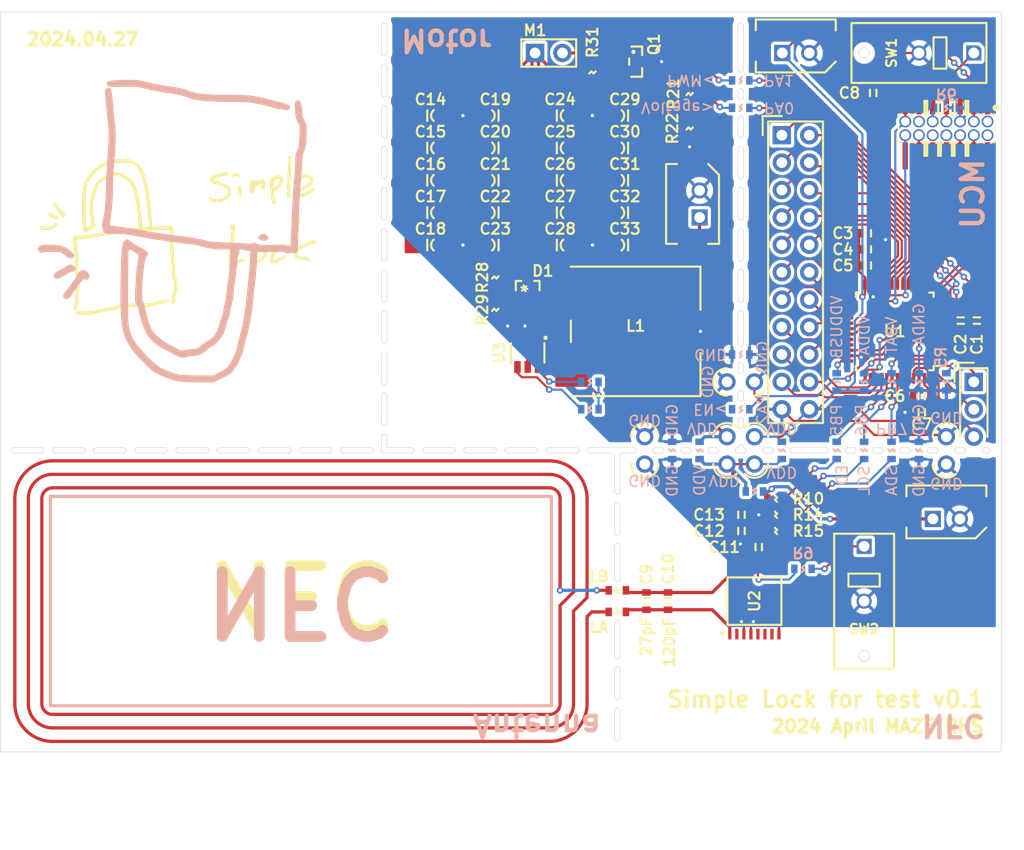
<source format=kicad_pcb>
(kicad_pcb (version 20240108) (generator "pcbnew") (generator_version "8.0")
  (layers (0 "F.Cu" signal) (31 "B.Cu" signal) (34 "B.Paste" user) (35 "F.Paste" user) (36 "B.SilkS" user "B.Silkscreen") (37 "F.SilkS" user "F.Silkscreen") (38 "B.Mask" user) (39 "F.Mask" user) (44 "Edge.Cuts" user))
  (net 0 "")
  (net 1 "VDDA")
  (net 2 "GNDA")
  (net 3 "GND")
  (net 4 "VDD1")
  (net 5 "/microcontroller/MCU.NRST")
  (net 6 "Net-(AE1-Pad2)")
  (net 7 "Net-(AE1-Pad1)")
  (net 8 "VCC")
  (net 9 "Net-(J5-Pin_1)")
  (net 10 "+10V")
  (net 11 "/motor/SW")
  (net 13 "/microcontroller/MCU.SWCLK")
  (net 14 "/microcontroller/MCU.VCP_RX")
  (net 15 "Net-(J1-Pin_9)")
  (net 18 "/microcontroller/MCU.VCP_TX")
  (net 19 "/microcontroller/MCU.SWDIO")
  (net 27 "/microcontroller/PB10")
  (net 28 "/microcontroller/PB14")
  (net 29 "/microcontroller/PA7")
  (net 30 "/microcontroller/PB13")
  (net 31 "/microcontroller/PA8")
  (net 32 "/microcontroller/PB11")
  (net 33 "/microcontroller/PA6")
  (net 34 "/microcontroller/PB0")
  (net 35 "/microcontroller/PA3")
  (net 36 "/microcontroller/PB2")
  (net 37 "/microcontroller/PB15")
  (net 38 "/microcontroller/PB12")
  (net 39 "/microcontroller/PA11")
  (net 40 "/microcontroller/PA4")
  (net 41 "/microcontroller/PA5")
  (net 42 "/microcontroller/PB1")
  (net 43 "/microcontroller/PA12")
  (net 44 "/microcontroller/PB8")
  (net 45 "/microcontroller/PB9")
  (net 46 "/microcontroller/PC13")
  (net 47 "VDD2")
  (net 48 "Net-(M1--)")
  (net 49 "Net-(Q1-G)")
  (net 50 "Net-(U1B-VBAT)")
  (net 51 "Net-(U1B-VDDUSB)")
  (net 52 "Net-(U1B-PF3-BOOT0)")
  (net 53 "Net-(U2-LB)")
  (net 54 "Net-(U2-LA)")
  (net 55 "Net-(U2-ED{slash}PWM0)")
  (net 56 "Net-(U2-SCL{slash}GPIO0{slash}PWM0)")
  (net 57 "Net-(U2-SDA{slash}GPIO1{slash}PWM1)")
  (net 58 "/NFC/ED{slash}PWM0")
  (net 59 "/NFC/SCL{slash}GPIO0{slash}PWM0")
  (net 60 "/NFC/SDA{slash}GPIO1{slash}PWM1")
  (net 61 "/microcontroller/Capacitor_Voltage")
  (net 62 "Net-(U3-EN)")
  (net 63 "/microcontroller/Booster_Enable")
  (net 64 "Net-(U3-FREQ)")
  (net 65 "Net-(U3-FB)")
  (net 66 "/microcontroller/Motor_PWM")
  (net 67 "Net-(SW2-B)")
  (net 70 "/microcontroller/PB3")
  (net 73 "/microcontroller/PB4")
  (net 74 "/microcontroller/PA15")
  (net 80 "Net-(U2-HPD)")
  (net 81 "GND1")
  (net 82 "GND2")
  (net 83 "Net-(R21-Pad1)")
  (footprint "SMD_HS:1206_3216_C_Polarized_HandSolder" (layer "F.Cu") (at 88 67 180)
    (property "Reference" "C33")
    (property "Value" "100uF")
  )
  (footprint "Package_TO_SOT_SMD_HS:SOT-23-6_HandSoldering" (layer "F.Cu") (at 79 77 -90)
    (property "Reference" "U3")
    (property "Value" "TLV61048")
  )
  (footprint "Connector_HS:PinHeader_02x11_P2.54mm" (layer "F.Cu") (at 102.54 56.82)
    (property "Reference" "J2" (hide yes))
    (property "Value" "Conn_02x11_Odd_Even")
  )
  (footprint "SMD_HS:1206_3216_C_Polarized_HandSolder" (layer "F.Cu") (at 76 67 180)
    (property "Reference" "C23")
    (property "Value" "100uF")
  )
  (footprint "Simple_Lock:Antenna_54x27mm" (layer "F.Cu") (at 58 100)
    (property "Reference" "AE1" (hide yes))
    (property "Value" "Antenna_Loop")
  )
  (footprint "SMD_HS:0603_1608_R" (layer "F.Cu") (at 102 90.5)
    (property "Reference" "R10")
    (property "Value" "4.7k")
  )
  (footprint "Simple_Lock:Reset Switch" (layer "F.Cu") (at 115.24 49.2 -90)
    (property "Reference" "SW1")
    (property "Value" "Micro Switch")
    (fp_circle (center 0 5.08) (end 0.5 5.08) (stroke (width 0.05)) (fill none) (layer "Edge.Cuts"))
  )
  (footprint "SMD_HS:0603_1608_C" (layer "F.Cu") (at 100.4 95 180)
    (property "Reference" "C11")
    (property "Value" "1uF")
  )
  (footprint "Connector_HS:PinHeader_1x02_P2.54mm" (layer "F.Cu") (at 97.46 87.3 180)
    (property "Reference" "J6" (hide yes))
    (property "Value" "VDD2 Con")
  )
  (footprint "SMD_HS:0603_1608_R" (layer "F.Cu") (at 76 70 90)
    (property "Reference" "R28")
    (property "Value" "229k")
  )
  (footprint "SMD_HS:0603_1608_C" (layer "F.Cu") (at 92 100 90)
    (property "Reference" "C10")
    (property "Value" "120pF")
  )
  (footprint "Simple_Lock:Reset Switch" (layer "F.Cu") (at 110.16 100)
    (property "Reference" "SW2")
    (property "Value" "Micro Switch")
    (fp_circle (center 0 5.08) (end 0.5 5.08) (stroke (width 0.05)) (fill none) (layer "Edge.Cuts"))
  )
  (footprint "Connector_HS:PinHeader_1x02_P2.54mm" (layer "F.Cu") (at 100 87.3 180)
    (property "Reference" "J5" (hide yes))
    (property "Value" "VDD1 Con")
  )
  (footprint "Simple_Lock:SER1390" (layer "F.Cu") (at 89 75)
    (property "Reference" "L1")
    (property "Value" "47uH")
  )
  (footprint "Connector_HS:5267-02A" (layer "F.Cu") (at 117.78 92.38)
    (property "Reference" "J9" (hide yes))
    (property "Value" "Mini-SPOX")
  )
  (footprint "SMD_HS:1206_3216_C_Polarized_HandSolder" (layer "F.Cu") (at 76 58 180)
    (property "Reference" "C20")
    (property "Value" "100uF")
  )
  (footprint "SMD_HS:0603_1608_C" (layer "F.Cu") (at 119.1 74 -90)
    (property "Reference" "C2")
    (property "Value" "0.1uF")
  )
  (footprint "Simple_Lock:Logo_small" (layer "F.Cu") (at 47.049159 65.425359)
    (property "Reference" "G***" (hide yes))
    (property "Value" "LOGO" (hide yes))
  )
  (footprint "SMD_HS:0603_1608_C" (layer "F.Cu") (at 90 100 90)
    (property "Reference" "C9")
    (property "Value" "27pF")
  )
  (footprint "Connector_HS:PinHeader_1x02_P2.54mm" (layer "F.Cu") (at 97.46 79.68 90)
    (property "Reference" "J10" (hide yes))
    (property "Value" "VDD1 Con")
  )
  (footprint "Connector_HS:5267-02A" (layer "F.Cu") (at 103.83 49.2)
    (property "Reference" "J3" (hide yes))
    (property "Value" "Mini-SPOX")
  )
  (footprint "SMD_HS:0603_1608_R" (layer "F.Cu") (at 87.3 99 180)
    (property "Reference" "R8" (hide yes))
    (property "Value" "0")
  )
  (footprint "SMD_HS:1206_3216_C_Polarized_HandSolder" (layer "F.Cu") (at 82 55)
    (property "Reference" "C24")
    (property "Value" "100uF")
  )
  (footprint "SMD_HS:1206_3216_C_Polarized_HandSolder" (layer "F.Cu") (at 82 61)
    (property "Reference" "C26")
    (property "Value" "100uF")
  )
  (footprint "SMD_HS:0603_1608_R" (layer "F.Cu") (at 102 93.5)
    (property "Reference" "R15")
    (property "Value" "4.7k")
  )
  (footprint "SMD_HS:1206_3216_C_Polarized_HandSolder" (layer "F.Cu") (at 70 55)
    (property "Reference" "C14")
    (property "Value" "100uF")
  )
  (footprint "SMD_HS:0603_1608_R" (layer "F.Cu") (at 102 92)
    (property "Reference" "R14")
    (property "Value" "4.7k")
  )
  (footprint "Connector_HS:PinHeader_1x02_P2.54mm" (layer "F.Cu") (at 89.84 87.3 180)
    (property "Reference" "J8" (hide yes))
    (property "Value" "VDD2 Con")
  )
  (footprint "SMD_HS:1206_3216_C_Polarized_HandSolder" (layer "F.Cu") (at 82 58)
    (property "Reference" "C25")
    (property "Value" "100uF")
  )
  (footprint "SMD_HS:0603_1608_R" (layer "F.Cu") (at 87.3 101 180)
    (property "Reference" "R7" (hide yes))
    (property "Value" "0")
  )
  (footprint "SMD_HS:1206_3216_C_Polarized_HandSolder" (layer "F.Cu") (at 82 64)
    (property "Reference" "C27")
    (property "Value" "100uF")
  )
  (footprint "Connector_HS:PinHeader_1x02_P2.54mm" (layer "F.Cu") (at 117.78 87.3 180)
    (property "Reference" "J7" (hide yes))
    (property "Value" "VDD1 Con")
  )
  (footprint "SMD_HS:0603_1608_R" (layer "F.Cu") (at 85 51 -90)
    (property "Reference" "R31")
    (property "Value" "20k")
  )
  (footprint "SMD_HS:1206_3216_C_Polarized_HandSolder" (layer "F.Cu") (at 88 64 180)
    (property "Reference" "C32")
    (property "Value" "100uF")
  )
  (footprint "SMD_HS:0603_1608_C" (layer "F.Cu") (at 120.6 74 -90)
    (property "Reference" "C1")
    (property "Value" "1uF")
  )
  (footprint "SMD_HS:0603_1608_C" (layer "F.Cu") (at 110.5 68.9)
    (property "Reference" "C5")
    (property "Value" "0.1uF")
  )
  (footprint "Package_TO_SOT_SMD_HS:SOT403-1" (layer "F.Cu") (at 100 100 90)
    (property "Reference" "U2")
    (property "Value" "NTP53121G0JTTZ")
  )
  (footprint "SMD_HS:1206_3216_C_Polarized_HandSolder" (layer "F.Cu") (at 70 61)
    (property "Reference" "C16")
    (property "Value" "100uF")
  )
  (footprint "SMD_HS:1206_3216_C_Polarized_HandSolder" (layer "F.Cu") (at 76 64 180)
    (property "Reference" "C22")
    (property "Value" "100uF")
  )
  (footprint "SMD_HS:0603_1608_R" (layer "F.Cu") (at 94 53 90)
    (property "Reference" "R21")
    (property "Value" "229k")
  )
  (footprint "Package_TO_SOT_SMD_HS:SOT-23" (layer "F.Cu") (at 89 50)
    (property "Reference" "Q1")
    (property "Value" "PMV13XN")
  )
  (footprint "SMD_HS:1206_3216_C_Polarized_HandSolder" (layer "F.Cu") (at 88 58 180)
    (property "Reference" "C30")
    (property "Value" "100uF")
  )
  (footprint "SMD_HS:1206_3216_C_Polarized_HandSolder" (layer "F.Cu") (at 76 55 180)
    (property "Reference" "C19")
    (property "Value" "100uF")
  )
  (footprint "SMD_HS:0603_1608_C" (layer "F.Cu") (at 115.5 82.5 180)
    (property "Reference" "C7")
    (property "Value" "0.1uF")
  )
  (footprint "Simple_Lock:SDMG0340L" (layer "F.Cu") (at 79 71)
    (property "Reference" "D1")
    (property "Value" "D")
  )
  (footprint "SMD_HS:0603_1608_C" (layer "F.Cu") (at 98.8 93.5)
    (property "Reference" "C12")
    (property "Value" "100pF")
  )
  (footprint "SMD_HS:1206_3216_C_Polarized_HandSolder" (layer "F.Cu") (at 76 61 180)
    (property "Reference" "C21")
    (property "Value" "100uF")
  )
  (footprint "SMD_HS:0603_1608_C" (layer "F.Cu") (at 111 52.9 180)
    (property "Reference" "C8")
    (property "Value" "0.1uF")
  )
  (footprint "SMD_HS:1206_3216_C_Polarized_HandSolder" (layer "F.Cu") (at 70 58)
    (property "Reference" "C15")
    (property "Value" "100uF")
  )
  (footprint "SMD_HS:1206_3216_C_Polarized_HandSolder" (layer "F.Cu") (at 88 55 180)
    (property "Reference" "C29")
    (property "Value" "100uF")
  )
  (footprint "SMD_HS:0603_1608_C" (layer "F.Cu") (at 110.5 67.4)
    (property "Reference" "C4")
    (property "Value" "0.1uF")
  )
  (footprint "SMD_HS:0603_1608_R" (layer "F.Cu") (at 94 56.2 90)
    (property "Reference" "R22")
    (property "Value" "20k")
  )
  (footprint "SMD_HS:1206_3216_C_Polarized_HandSolder" (layer "F.Cu") (at 70 64)
    (property "Reference" "C17")
    (property "Value" "100uF")
  )
  (footprint "Package_QFP_HS:LQFP-48_7x7mm_P0.5mm" (layer "F.Cu") (at 113 75 180)
    (property "Reference" "U1")
    (property "Value" "STM32U073CCT6")
  )
  (footprint "SMD_HS:0603_1608_R" (layer "F.Cu") (at 76 73 90)
    (property "Reference" "R29")
    (property "Value" "20k")
  )
  (footprint "Simple_Lock:STDC14" (layer "F.Cu") (at 117.78 56.185 -90)
    (property "Reference" "J1" (hide yes))
    (property "Value" "Conn_02x07_Odd_Even")
  )
  (footprint "SMD_HS:0603_1608_C" (layer "F.Cu") (at 110.5 65.9)
    (property "Reference" "C3")
    (property "Value" "4.7uF")
  )
  (footprint "SMD_HS:1206_3216_C_Polarized_HandSolder" (layer "F.Cu") (at 82 67)
    (property "Reference" "C28")
    (property "Value" "100uF")
  )
  (footprint "SMD_HS:1206_3216_C_Polarized_HandSolder" (layer "F.Cu") (at 70 67)
    (property "Reference" "C18")
    (property "Value" "100uF")
  )
  (footprint "Connector_HS:5267-02A" (layer "F.Cu") (at 94.92 63.19 90)
    (property "Reference" "J11" (hide yes))
    (property "Value" "Mini-SPOX")
  )
  (footprint "Simple_Lock:Motor_Connector" (layer "F.Cu") (at 79.68 49.2 90)
    (property "Reference" "M1")
    (property "Value" "Motor_DC")
  )
  (footprint "Connector_HS:PinHeader_01x03_P2.54mm" (layer "F.Cu") (at 120.32 79.68)
    (property "Reference" "J4" (hide yes))
    (property "Value" "Conn_01x03")
  )
  (footprint "SMD_HS:0603_1608_C" (layer "F.Cu") (at 115.5 81 180)
    (property "Reference" "C6")
    (property "Value" "0.1uF")
  )
  (footprint "SMD_HS:0603_1608_C" (layer "F.Cu") (at 98.8 92)
    (property "Reference" "C13")
    (property "Value" "0.47uF")
  )
  (footprint "SMD_HS:1206_3216_C_Polarized_HandSolder" (layer "F.Cu") (at 88 61 180)
    (property "Reference" "C31")
    (property "Value" "100uF")
  )
  (footprint "SMD_HS:0603_1608_R" (layer "B.Cu") (at 112.7 86.03 90)
    (property "Reference" "R18" (hide yes))
    (property "Value" "0")
  )
  (footprint "SMD_HS:0603_1608_R" (layer "B.Cu") (at 98.73 51.74)
    (property "Reference" "R30" (hide yes))
    (property "Value" "0")
  )
  (footprint "SMD_HS:0603_1608_R" (layer "B.Cu") (at 84.76 79.68 180)
    (property "Reference" "R27" (hide yes))
    (property "Value" "0")
  )
  (footprint "SMD_HS:0603_1608_R" (layer "B.Cu") (at 98.73 54.28 180)
    (property "Reference" "R23" (hide yes))
    (property "Value" "0")
  )
  (footprint "SMD_HS:0603_1608_R" (layer "B.Cu") (at 110.16 79.68 90)
    (property "Reference" "R2" (hide yes))
    (property "Value" "0")
  )
  (footprint "SMD_HS:0603_1608_R" (layer "B.Cu") (at 92.38 86.03 90)
    (property "Reference" "R20" (hide yes))
    (property "Value" "0")
  )
  (footprint "SMD_HS:0603_1608_R" (layer "B.Cu") (at 84.76 82.22)
    (property "Reference" "R26" (hide yes))
    (property "Value" "0")
  )
  (footprint "SMD_HS:0603_1608_R" (layer "B.Cu") (at 112.7 79.68 -90)
    (property "Reference" "R1" (hide yes))
    (property "Value" "0")
  )
  (footprint "SMD_HS:0603_1608_R" (layer "B.Cu") (at 94.92 86.03 90)
    (property "Reference" "R12" (hide yes))
    (property "Value" "0")
  )
  (footprint "SMD_HS:0603_1608_R" (layer "B.Cu") (at 117.78 79.68 -90)
    (property "Reference" "R5")
    (property "Value" "100")
  )
  (footprint "SMD_HS:0603_1608_R" (layer "B.Cu") (at 110.16 86.03 90)
    (property "Reference" "R17" (hide yes))
    (property "Value" "0")
  )
  (footprint "SMD_HS:0603_1608_R" (layer "B.Cu") (at 115.24 86.03 90)
    (property "Reference" "R19" (hide yes))
    (property "Value" "0")
  )
  (footprint "SMD_HS:0603_1608_R" (layer "B.Cu") (at 107.62 79.68 -90)
    (property "Reference" "R3" (hide yes))
    (property "Value" "0")
  )
  (footprint "SMD_HS:0603_1608_R" (layer "B.Cu") (at 115.24 79.68 90)
    (property "Reference" "R4" (hide yes))
    (property "Value" "0")
  )
  (footprint "SMD_HS:0603_1608_R" (layer "B.Cu") (at 98.73 82.22)
    (property "Reference" "R25" (hide yes))
    (property "Value" "0")
  )
  (footprint "SMD_HS:0603_1608_R" (layer "B.Cu") (at 107.62 86.03 90)
    (property "Reference" "R16" (hide yes))
    (property "Value" "0")
  )
  (footprint "SMD_HS:0603_1608_R" (layer "B.Cu") (at 98.73 77.14)
    (property "Reference" "R24" (hide yes))
    (property "Value" "0")
  )
  (footprint "SMD_HS:0603_1608_R" (layer "B.Cu") (at 100 89.84)
    (property "Reference" "R13" (hide yes))
    (property "Value" "0")
  )
  (footprint "SMD_HS:0603_1608_R" (layer "B.Cu") (at 104.5 97 180)
    (property "Reference" "R9")
    (property "Value" "10k")
  )
  (footprint "Simple_Lock:Logo2" (layer "B.Cu") (at 59.445205 67.333437)
    (property "Reference" "G***" (hide yes))
    (property "Value" "LOGO" (hide yes))
  )
  (footprint "SMD_HS:0603_1608_R" (layer "B.Cu") (at 102.54 86.03 90)
    (property "Reference" "R11" (hide yes))
    (property "Value" "0")
  )
  (footprint "SMD_HS:0603_1608_R" (layer "B.Cu") (at 117.78 54.28)
    (property "Reference" "R6")
    (property "Value" "100")
  )
  (gr_rect (start 34.8 90.3) (end 81.2 109.7) (stroke (width 0.3)) (fill none) (layer "B.SilkS"))
  (gr_arc (start 65.456 73.33) (mid 65.71 73.076) (end 65.964 73.33) (stroke (width 0.05)) (layer "Edge.Cuts"))
  (gr_arc (start 87.554 97.968) (mid 87.3 98.222) (end 87.046 97.968) (stroke (width 0.05)) (layer "Edge.Cuts"))
  (gr_line (start 98.476 76.124) (end 98.476 73.33) (stroke (width 0.05)) (layer "Edge.Cuts"))
  (gr_line (start 84.76 85.776) (end 88.824 85.776) (stroke (width 0.05)) (layer "Edge.Cuts"))
  (gr_line (start 98.984 58.09) (end 98.984 60.63) (stroke (width 0.05)) (layer "Edge.Cuts"))
  (gr_line (start 87.046 110.16) (end 87.046 112.7) (stroke (width 0.05)) (layer "Edge.Cuts"))
  (gr_line (start 90.856 86.284) (end 91.364 86.284) (stroke (width 0.05)) (layer "Edge.Cuts"))
  (gr_line (start 98.476 50.724) (end 98.476 46.66) (stroke (width 0.05)) (layer "Edge.Cuts"))
  (gr_line (start 65.964 56.82) (end 65.964 54.28) (stroke (width 0.05)) (layer "Edge.Cuts"))
  (gr_arc (start 84.76 86.284) (mid 84.506 86.03) (end 84.76 85.776) (stroke (width 0.05)) (layer "Edge.Cuts"))
  (gr_line (start 86.792 86.284) (end 84.76 86.284) (stroke (width 0.05)) (layer "Edge.Cuts"))
  (gr_line (start 87.554 87.3) (end 87.554 89.84) (stroke (width 0.05)) (layer "Edge.Cuts"))
  (gr_line (start 98.984 72.06) (end 98.984 69.52) (stroke (width 0.05)) (layer "Edge.Cuts"))
  (gr_arc (start 87.554 93.65) (mid 87.3 93.904) (end 87.046 93.65) (stroke (width 0.05)) (layer "Edge.Cuts"))
  (gr_arc (start 65.456 65.71) (mid 65.71 65.456) (end 65.964 65.71) (stroke (width 0.05)) (layer "Edge.Cuts"))
  (gr_line (start 42.85 86.284) (end 45.39 86.284) (stroke (width 0.05)) (layer "Edge.Cuts"))
  (gr_line (start 108.636 85.776) (end 109.144 85.776) (stroke (width 0.05)) (layer "Edge.Cuts"))
  (gr_arc (start 80.95 86.284) (mid 80.696 86.03) (end 80.95 85.776) (stroke (width 0.05)) (layer "Edge.Cuts"))
  (gr_arc (start 98.476 52.756) (mid 98.73 52.502) (end 98.984 52.756) (stroke (width 0.05)) (layer "Edge.Cuts"))
  (gr_arc (start 98.476 78.156) (mid 98.73 77.902) (end 98.984 78.156) (stroke (width 0.05)) (layer "Edge.Cuts"))
  (gr_arc (start 98.984 85.776) (mid 99.238 86.03) (end 98.984 86.284) (stroke (width 0.05)) (layer "Edge.Cuts"))
  (gr_arc (start 98.476 80.696) (mid 98.73 80.442) (end 98.984 80.696) (stroke (width 0.05)) (layer "Edge.Cuts"))
  (gr_line (start 98.476 83.236) (end 98.476 83.744) (stroke (width 0.05)) (layer "Edge.Cuts"))
  (gr_arc (start 96.444 85.776) (mid 96.698 86.03) (end 96.444 86.284) (stroke (width 0.05)) (layer "Edge.Cuts"))
  (gr_line (start 65.964 85.776) (end 65.964 84.76) (stroke (width 0.05)) (layer "Edge.Cuts"))
  (gr_arc (start 116.764 85.776) (mid 117.018 86.03) (end 116.764 86.284) (stroke (width 0.05)) (layer "Edge.Cuts"))
  (gr_line (start 87.554 106.35) (end 87.554 108.89) (stroke (width 0.05)) (layer "Edge.Cuts"))
  (gr_arc (start 42.85 86.284) (mid 42.596 86.03) (end 42.85 85.776) (stroke (width 0.05)) (layer "Edge.Cuts"))
  (gr_line (start 61.9 85.776) (end 64.44 85.776) (stroke (width 0.05)) (layer "Edge.Cuts"))
  (gr_arc (start 65.456 58.09) (mid 65.71 57.836) (end 65.964 58.09) (stroke (width 0.05)) (layer "Edge.Cuts"))
  (gr_arc (start 72.06 85.776) (mid 72.314 86.03) (end 72.06 86.284) (stroke (width 0.05)) (layer "Edge.Cuts"))
  (gr_arc (start 118.796 86.284) (mid 118.542 86.03) (end 118.796 85.776) (stroke (width 0.05)) (layer "Edge.Cuts"))
  (gr_line (start 98.73 45.39) (end 30.15 45.39) (stroke (width 0.05)) (layer "Edge.Cuts"))
  (gr_arc (start 87.046 106.35) (mid 87.3 106.096) (end 87.554 106.35) (stroke (width 0.05)) (layer "Edge.Cuts"))
  (gr_arc (start 111.684 85.776) (mid 111.938 86.03) (end 111.684 86.284) (stroke (width 0.05)) (layer "Edge.Cuts"))
  (gr_arc (start 95.936 86.284) (mid 95.682 86.03) (end 95.936 85.776) (stroke (width 0.05)) (layer "Edge.Cuts"))
  (gr_line (start 98.984 52.756) (end 98.984 53.264) (stroke (width 0.05)) (layer "Edge.Cuts"))
  (gr_arc (start 87.554 86.538) (mid 87.628395 86.358395) (end 87.808 86.284) (stroke (width 0.05)) (layer "Edge.Cuts"))
  (gr_arc (start 90.856 86.284) (mid 90.602 86.03) (end 90.856 85.776) (stroke (width 0.05)) (layer "Edge.Cuts"))
  (gr_line (start 65.964 85.776) (end 68.25 85.776) (stroke (width 0.05)) (layer "Edge.Cuts"))
  (gr_line (start 87.554 91.11) (end 87.554 93.65) (stroke (width 0.05)) (layer "Edge.Cuts"))
  (gr_line (start 122.86 113.97) (end 122.86 86.03) (stroke (width 0.05)) (layer "Edge.Cuts"))
  (gr_arc (start 77.14 86.284) (mid 76.886 86.03) (end 77.14 85.776) (stroke (width 0.05)) (layer "Edge.Cuts"))
  (gr_arc (start 119.304 85.776) (mid 119.558 86.03) (end 119.304 86.284) (stroke (width 0.05)) (layer "Edge.Cuts"))
  (gr_line (start 31.42 85.776) (end 33.96 85.776) (stroke (width 0.05)) (layer "Edge.Cuts"))
  (gr_line (start 65.456 53.01) (end 65.456 50.47) (stroke (width 0.05)) (layer "Edge.Cuts"))
  (gr_arc (start 49.2 85.776) (mid 49.454 86.03) (end 49.2 86.284) (stroke (width 0.05)) (layer "Edge.Cuts"))
  (gr_line (start 118.796 85.776) (end 119.304 85.776) (stroke (width 0.05)) (layer "Edge.Cuts"))
  (gr_line (start 98.984 73.33) (end 98.984 76.124) (stroke (width 0.05)) (layer "Edge.Cuts"))
  (gr_line (start 65.456 68.25) (end 65.456 65.71) (stroke (width 0.05)) (layer "Edge.Cuts"))
  (gr_arc (start 65.456 69.52) (mid 65.71 69.266) (end 65.964 69.52) (stroke (width 0.05)) (layer "Edge.Cuts"))
  (gr_arc (start 121.336 86.284) (mid 121.082 86.03) (end 121.336 85.776) (stroke (width 0.05)) (layer "Edge.Cuts"))
  (gr_line (start 87.046 91.11) (end 87.046 93.65) (stroke (width 0.05)) (layer "Edge.Cuts"))
  (gr_line (start 87.046 94.92) (end 87.046 97.968) (stroke (width 0.05)) (layer "Edge.Cuts"))
  (gr_line (start 103.556 85.776) (end 106.604 85.776) (stroke (width 0.05)) (layer "Edge.Cuts"))
  (gr_arc (start 65.456 50.47) (mid 65.71 50.216) (end 65.964 50.47) (stroke (width 0.05)) (layer "Edge.Cuts"))
  (gr_arc (start 98.476 58.09) (mid 98.73 57.836) (end 98.984 58.09) (stroke (width 0.05)) (layer "Edge.Cuts"))
  (gr_arc (start 33.96 85.776) (mid 34.214 86.03) (end 33.96 86.284) (stroke (width 0.05)) (layer "Edge.Cuts"))
  (gr_line (start 98.476 80.696) (end 98.476 81.204) (stroke (width 0.05)) (layer "Edge.Cuts"))
  (gr_line (start 93.396 85.776) (end 93.904 85.776) (stroke (width 0.05)) (layer "Edge.Cuts"))
  (gr_arc (start 93.904 85.776) (mid 94.158 86.03) (end 93.904 86.284) (stroke (width 0.05)) (layer "Edge.Cuts"))
  (gr_line (start 98.984 80.696) (end 98.984 81.204) (stroke (width 0.05)) (layer "Edge.Cuts"))
  (gr_line (start 98.476 68.25) (end 98.476 65.71) (stroke (width 0.05)) (layer "Edge.Cuts"))
  (gr_line (start 98.984 64.44) (end 98.984 61.9) (stroke (width 0.05)) (layer "Edge.Cuts"))
  (gr_arc (start 98.476 69.52) (mid 98.73 69.266) (end 98.984 69.52) (stroke (width 0.05)) (layer "Edge.Cuts"))
  (gr_line (start 98.476 64.44) (end 98.476 61.9) (stroke (width 0.05)) (layer "Edge.Cuts"))
  (gr_line (start 46.66 86.284) (end 49.2 86.284) (stroke (width 0.05)) (layer "Edge.Cuts"))
  (gr_line (start 111.176 85.776) (end 111.684 85.776) (stroke (width 0.05)) (layer "Edge.Cuts"))
  (gr_line (start 80.95 85.776) (end 83.49 85.776) (stroke (width 0.05)) (layer "Edge.Cuts"))
  (gr_arc (start 68.25 85.776) (mid 68.504 86.03) (end 68.25 86.284) (stroke (width 0.05)) (layer "Edge.Cuts"))
  (gr_line (start 93.396 86.284) (end 93.904 86.284) (stroke (width 0.05)) (layer "Edge.Cuts"))
  (gr_line (start 65.964 53.01) (end 65.964 50.47) (stroke (width 0.05)) (layer "Edge.Cuts"))
  (gr_line (start 65.964 68.25) (end 65.964 65.71) (stroke (width 0.05)) (layer "Edge.Cuts"))
  (gr_arc (start 65.964 56.82) (mid 65.71 57.074) (end 65.456 56.82) (stroke (width 0.05)) (layer "Edge.Cuts"))
  (gr_arc (start 98.984 50.724) (mid 98.73 50.978) (end 98.476 50.724) (stroke (width 0.05)) (layer "Edge.Cuts"))
  (gr_arc (start 65.964 83.49) (mid 65.71 83.744) (end 65.456 83.49) (stroke (width 0.05)) (layer "Edge.Cuts"))
  (gr_arc (start 98.476 86.284) (mid 98.222 86.03) (end 98.476 85.776) (stroke (width 0.05)) (layer "Edge.Cuts"))
  (gr_line (start 87.046 106.35) (end 87.046 108.89) (stroke (width 0.05)) (layer "Edge.Cuts"))
  (gr_arc (start 46.66 86.284) (mid 46.406 86.03) (end 46.66 85.776) (stroke (width 0.05)) (layer "Edge.Cuts"))
  (gr_arc (start 88.824 85.776) (mid 89.078 86.03) (end 88.824 86.284) (stroke (width 0.05)) (layer "Edge.Cuts"))
  (gr_line (start 87.554 110.16) (end 87.554 112.7) (stroke (width 0.05)) (layer "Edge.Cuts"))
  (gr_line (start 65.456 60.63) (end 65.456 58.09) (stroke (width 0.05)) (layer "Edge.Cuts"))
  (gr_line (start 121.336 86.284) (end 121.59 86.284) (stroke (width 0.05)) (layer "Edge.Cuts"))
  (gr_line (start 98.476 55.296) (end 98.476 56.82) (stroke (width 0.05)) (layer "Edge.Cuts"))
  (gr_line (start 121.336 85.776) (end 121.59 85.776) (stroke (width 0.05)) (layer "Edge.Cuts"))
  (gr_arc (start 53.01 85.776) (mid 53.264 86.03) (end 53.01 86.284) (stroke (width 0.05)) (layer "Edge.Cuts"))
  (gr_arc (start 106.604 85.776) (mid 106.858 86.03) (end 106.604 86.284) (stroke (width 0.05)) (layer "Edge.Cuts"))
  (gr_line (start 87.046 102.032) (end 87.046 105.08) (stroke (width 0.05)) (layer "Edge.Cuts"))
  (gr_arc (start 65.964 64.44) (mid 65.71 64.694) (end 65.456 64.44) (stroke (width 0.05)) (layer "Edge.Cuts"))
  (gr_line (start 65.964 60.63) (end 65.964 58.09) (stroke (width 0.05)) (layer "Edge.Cuts"))
  (gr_arc (start 83.49 85.776) (mid 83.744 86.03) (end 83.49 86.284) (stroke (width 0.05)) (layer "Edge.Cuts"))
  (gr_line (start 98.476 72.06) (end 98.476 69.52) (stroke (width 0.05)) (layer "Edge.Cuts"))
  (gr_line (start 65.456 56.82) (end 65.456 54.28) (stroke (width 0.05)) (layer "Edge.Cuts"))
  (gr_line (start 103.556 86.284) (end 106.604 86.284) (stroke (width 0.05)) (layer "Edge.Cuts"))
  (gr_arc (start 87.554 112.7) (mid 87.3 112.954) (end 87.046 112.7) (stroke (width 0.05)) (layer "Edge.Cuts"))
  (gr_line (start 65.964 49.2) (end 65.964 46.66) (stroke (width 0.05)) (layer "Edge.Cuts"))
  (gr_line (start 98.984 78.664) (end 98.984 78.156) (stroke (width 0.05)) (layer "Edge.Cuts"))
  (gr_arc (start 79.68 85.776) (mid 79.934 86.03) (end 79.68 86.284) (stroke (width 0.05)) (layer "Edge.Cuts"))
  (gr_line (start 30.15 113.97) (end 122.86 113.97) (stroke (width 0.05)) (layer "Edge.Cuts"))
  (gr_arc (start 73.33 86.284) (mid 73.076 86.03) (end 73.33 85.776) (stroke (width 0.05)) (layer "Edge.Cuts"))
  (gr_line (start 98.476 78.156) (end 98.476 78.664) (stroke (width 0.05)) (layer "Edge.Cuts"))
  (gr_arc (start 116.256 86.284) (mid 116.002 86.03) (end 116.256 85.776) (stroke (width 0.05)) (layer "Edge.Cuts"))
  (gr_arc (start 98.984 53.264) (mid 98.73 53.518) (end 98.476 53.264) (stroke (width 0.05)) (layer "Edge.Cuts"))
  (gr_arc (start 98.476 73.33) (mid 98.73 73.076) (end 98.984 73.33) (stroke (width 0.05)) (layer "Edge.Cuts"))
  (gr_line (start 65.964 64.44) (end 65.964 61.9) (stroke (width 0.05)) (layer "Edge.Cuts"))
  (gr_line (start 95.936 86.284) (end 96.444 86.284) (stroke (width 0.05)) (layer "Edge.Cuts"))
  (gr_arc (start 41.58 85.776) (mid 41.834 86.03) (end 41.58 86.284) (stroke (width 0.05)) (layer "Edge.Cuts"))
  (gr_line (start 46.66 85.776) (end 49.2 85.776) (stroke (width 0.05)) (layer "Edge.Cuts"))
  (gr_line (start 65.964 79.68) (end 65.964 77.14) (stroke (width 0.05)) (layer "Edge.Cuts"))
  (gr_line (start 98.984 50.724) (end 98.984 46.66) (stroke (width 0.05)) (layer "Edge.Cuts"))
  (gr_arc (start 65.964 75.87) (mid 65.71 76.124) (end 65.456 75.87) (stroke (width 0.05)) (layer "Edge.Cuts"))
  (gr_line (start 88.824 86.284) (end 87.808 86.284) (stroke (width 0.05)) (layer "Edge.Cuts"))
  (gr_arc (start 98.476 61.9) (mid 98.73 61.646) (end 98.984 61.9) (stroke (width 0.05)) (layer "Edge.Cuts"))
  (gr_arc (start 65.456 80.95) (mid 65.71 80.696) (end 65.964 80.95) (stroke (width 0.05)) (layer "Edge.Cuts"))
  (gr_arc (start 65.964 53.01) (mid 65.71 53.264) (end 65.456 53.01) (stroke (width 0.05)) (layer "Edge.Cuts"))
  (gr_arc (start 98.476 65.71) (mid 98.73 65.456) (end 98.984 65.71) (stroke (width 0.05)) (layer "Edge.Cuts"))
  (gr_line (start 65.456 72.06) (end 65.456 69.52) (stroke (width 0.05)) (layer "Edge.Cuts"))
  (gr_line (start 65.456 86.03) (end 65.456 84.76) (stroke (width 0.05)) (layer "Edge.Cuts"))
  (gr_line (start 98.984 86.284) (end 98.476 86.284) (stroke (width 0.05)) (layer "Edge.Cuts"))
  (gr_arc (start 114.224 85.776) (mid 114.478 86.03) (end 114.224 86.284) (stroke (width 0.05)) (layer "Edge.Cuts"))
  (gr_line (start 116.256 86.284) (end 116.764 86.284) (stroke (width 0.05)) (layer "Edge.Cuts"))
  (gr_line (start 101.016 86.284) (end 101.524 86.284) (stroke (width 0.05)) (layer "Edge.Cuts"))
  (gr_line (start 31.42 86.284) (end 33.96 86.284) (stroke (width 0.05)) (layer "Edge.Cuts"))
  (gr_arc (start 98.476 83.236) (mid 98.73 82.982) (end 98.984 83.236) (stroke (width 0.05)) (layer "Edge.Cuts"))
  (gr_line (start 54.28 86.284) (end 56.82 86.284) (stroke (width 0.05)) (layer "Edge.Cuts"))
  (gr_arc (start 93.396 86.284) (mid 93.142 86.03) (end 93.396 85.776) (stroke (width 0.05)) (layer "Edge.Cuts"))
  (gr_line (start 50.47 86.284) (end 53.01 86.284) (stroke (width 0.05)) (layer "Edge.Cuts"))
  (gr_line (start 69.52 86.284) (end 72.06 86.284) (stroke (width 0.05)) (layer "Edge.Cuts"))
  (gr_arc (start 39.04 86.284) (mid 38.786 86.03) (end 39.04 85.776) (stroke (width 0.05)) (layer "Edge.Cuts"))
  (gr_arc (start 64.44 85.776) (mid 64.694 86.03) (end 64.44 86.284) (stroke (width 0.05)) (layer "Edge.Cuts"))
  (gr_arc (start 98.984 64.44) (mid 98.73 64.694) (end 98.476 64.44) (stroke (width 0.05)) (layer "Edge.Cuts"))
  (gr_line (start 116.256 85.776) (end 116.764 85.776) (stroke (width 0.05)) (layer "Edge.Cuts"))
  (gr_arc (start 65.964 68.25) (mid 65.71 68.504) (end 65.456 68.25) (stroke (width 0.05)) (layer "Edge.Cuts"))
  (gr_arc (start 87.046 110.16) (mid 87.3 109.906) (end 87.554 110.16) (stroke (width 0.05)) (layer "Edge.Cuts"))
  (gr_line (start 65.456 83.49) (end 65.456 80.95) (stroke (width 0.05)) (layer "Edge.Cuts"))
  (gr_arc (start 65.964 79.68) (mid 65.71 79.934) (end 65.456 79.68) (stroke (width 0.05)) (layer "Edge.Cuts"))
  (gr_arc (start 65.964 60.63) (mid 65.71 60.884) (end 65.456 60.63) (stroke (width 0.05)) (layer "Edge.Cuts"))
  (gr_arc (start 111.176 86.284) (mid 110.922 86.03) (end 111.176 85.776) (stroke (width 0.05)) (layer "Edge.Cuts"))
  (gr_line (start 87.554 102.032) (end 87.554 105.08) (stroke (width 0.05)) (layer "Edge.Cuts"))
  (gr_arc (start 45.39 85.776) (mid 45.644 86.03) (end 45.39 86.284) (stroke (width 0.05)) (layer "Edge.Cuts"))
  (gr_arc (start 87.046 94.92) (mid 87.3 94.666) (end 87.554 94.92) (stroke (width 0.05)) (layer "Edge.Cuts"))
  (gr_arc (start 103.556 86.284) (mid 103.302 86.03) (end 103.556 85.776) (stroke (width 0.05)) (layer "Edge.Cuts"))
  (gr_arc (start 101.524 85.776) (mid 101.778 86.03) (end 101.524 86.284) (stroke (width 0.05)) (layer "Edge.Cuts"))
  (gr_line (start 108.636 86.284) (end 109.144 86.284) (stroke (width 0.05)) (layer "Edge.Cuts"))
  (gr_line (start 87.554 86.538) (end 87.554 87.3) (stroke (width 0.05)) (layer "Edge.Cuts"))
  (gr_arc (start 87.046 102.032) (mid 87.3 101.778) (end 87.554 102.032) (stroke (width 0.05)) (layer "Edge.Cuts"))
  (gr_arc (start 87.554 105.08) (mid 87.3 105.334) (end 87.046 105.08) (stroke (width 0.05)) (layer "Edge.Cuts"))
  (gr_line (start 98.984 55.296) (end 98.984 56.82) (stroke (width 0.05)) (layer "Edge.Cuts"))
  (gr_arc (start 98.984 60.63) (mid 98.73 60.884) (end 98.476 60.63) (stroke (width 0.05)) (layer "Edge.Cuts"))
  (gr_arc (start 87.554 89.84) (mid 87.3 90.094) (end 87.046 89.84) (stroke (width 0.05)) (layer "Edge.Cuts"))
  (gr_arc (start 108.636 86.284) (mid 108.382 86.03) (end 108.636 85.776) (stroke (width 0.05)) (layer "Edge.Cuts"))
  (gr_line (start 69.52 85.776) (end 72.06 85.776) (stroke (width 0.05)) (layer "Edge.Cuts"))
  (gr_line (start 87.554 94.92) (end 87.554 97.968) (stroke (width 0.05)) (layer "Edge.Cuts"))
  (gr_arc (start 87.554 108.89) (mid 87.3 109.144) (end 87.046 108.89) (stroke (width 0.05)) (layer "Edge.Cuts"))
  (gr_line (start 39.04 86.284) (end 41.58 86.284) (stroke (width 0.05)) (layer "Edge.Cuts"))
  (gr_arc (start 65.964 72.06) (mid 65.71 72.314) (end 65.456 72.06) (stroke (width 0.05)) (layer "Edge.Cuts"))
  (gr_arc (start 65.456 46.66) (mid 65.71 46.406) (end 65.964 46.66) (stroke (width 0.05)) (layer "Edge.Cuts"))
  (gr_line (start 65.964 72.06) (end 65.964 69.52) (stroke (width 0.05)) (layer "Edge.Cuts"))
  (gr_arc (start 56.82 85.776) (mid 57.074 86.03) (end 56.82 86.284) (stroke (width 0.05)) (layer "Edge.Cuts"))
  (gr_arc (start 54.28 86.284) (mid 54.026 86.03) (end 54.28 85.776) (stroke (width 0.05)) (layer "Edge.Cuts"))
  (gr_line (start 87.046 86.538) (end 87.046 89.84) (stroke (width 0.05)) (layer "Edge.Cuts"))
  (gr_arc (start 109.144 85.776) (mid 109.398 86.03) (end 109.144 86.284) (stroke (width 0.05)) (layer "Edge.Cuts"))
  (gr_line (start 98.984 68.25) (end 98.984 65.71) (stroke (width 0.05)) (layer "Edge.Cuts"))
  (gr_line (start 65.456 75.87) (end 65.456 73.33) (stroke (width 0.05)) (layer "Edge.Cuts"))
  (gr_arc (start 98.984 83.744) (mid 98.73 83.998) (end 98.476 83.744) (stroke (width 0.05)) (layer "Edge.Cuts"))
  (gr_line (start 73.33 85.776) (end 75.87 85.776) (stroke (width 0.05)) (layer "Edge.Cuts"))
  (gr_line (start 58.09 85.776) (end 60.63 85.776) (stroke (width 0.05)) (layer "Edge.Cuts"))
  (gr_line (start 39.04 85.776) (end 41.58 85.776) (stroke (width 0.05)) (layer "Edge.Cuts"))
  (gr_line (start 77.14 85.776) (end 79.68 85.776) (stroke (width 0.05)) (layer "Edge.Cuts"))
  (gr_line (start 42.85 85.776) (end 45.39 85.776) (stroke (width 0.05)) (layer "Edge.Cuts"))
  (gr_line (start 58.09 86.284) (end 60.63 86.284) (stroke (width 0.05)) (layer "Edge.Cuts"))
  (gr_line (start 90.856 85.776) (end 91.364 85.776) (stroke (width 0.05)) (layer "Edge.Cuts"))
  (gr_arc (start 31.42 86.284) (mid 31.166 86.03) (end 31.42 85.776) (stroke (width 0.05)) (layer "Edge.Cuts"))
  (gr_arc (start 98.984 72.06) (mid 98.73 72.314) (end 98.476 72.06) (stroke (width 0.05)) (layer "Edge.Cuts"))
  (gr_line (start 65.964 83.49) (end 65.964 80.95) (stroke (width 0.05)) (layer "Edge.Cuts"))
  (gr_arc (start 75.87 85.776) (mid 76.124 86.03) (end 75.87 86.284) (stroke (width 0.05)) (layer "Edge.Cuts"))
  (gr_line (start 111.176 86.284) (end 111.684 86.284) (stroke (width 0.05)) (layer "Edge.Cuts"))
  (gr_arc (start 98.984 68.25) (mid 98.73 68.504) (end 98.476 68.25) (stroke (width 0.05)) (layer "Edge.Cuts"))
  (gr_line (start 65.71 86.284) (end 68.25 86.284) (stroke (width 0.05)) (layer "Edge.Cuts"))
  (gr_line (start 122.86 45.39) (end 98.73 45.39) (stroke (width 0.05)) (layer "Edge.Cuts"))
  (gr_arc (start 98.476 85.776) (mid 98.73 85.522) (end 98.984 85.776) (stroke (width 0.05)) (layer "Edge.Cuts"))
  (gr_line (start 113.716 86.284) (end 114.224 86.284) (stroke (width 0.05)) (layer "Edge.Cuts"))
  (gr_line (start 65.456 79.68) (end 65.456 77.14) (stroke (width 0.05)) (layer "Edge.Cuts"))
  (gr_arc (start 65.456 54.28) (mid 65.71 54.026) (end 65.964 54.28) (stroke (width 0.05)) (layer "Edge.Cuts"))
  (gr_line (start 35.23 86.284) (end 37.77 86.284) (stroke (width 0.05)) (layer "Edge.Cuts"))
  (gr_line (start 65.456 64.44) (end 65.456 61.9) (stroke (width 0.05)) (layer "Edge.Cuts"))
  (gr_line (start 113.716 85.776) (end 114.224 85.776) (stroke (width 0.05)) (layer "Edge.Cuts"))
  (gr_arc (start 98.984 78.664) (mid 98.73 78.918) (end 98.476 78.664) (stroke (width 0.05)) (layer "Edge.Cuts"))
  (gr_line (start 101.016 85.776) (end 101.524 85.776) (stroke (width 0.05)) (layer "Edge.Cuts"))
  (gr_line (start 122.86 86.03) (end 122.86 45.39) (stroke (width 0.05)) (layer "Edge.Cuts"))
  (gr_arc (start 91.364 85.776) (mid 91.618 86.03) (end 91.364 86.284) (stroke (width 0.05)) (layer "Edge.Cuts"))
  (gr_line (start 98.476 52.756) (end 98.476 53.264) (stroke (width 0.05)) (layer "Edge.Cuts"))
  (gr_arc (start 65.456 77.14) (mid 65.71 76.886) (end 65.964 77.14) (stroke (width 0.05)) (layer "Edge.Cuts"))
  (gr_line (start 80.95 86.284) (end 83.49 86.284) (stroke (width 0.05)) (layer "Edge.Cuts"))
  (gr_line (start 30.15 45.39) (end 30.15 113.97) (stroke (width 0.05)) (layer "Edge.Cuts"))
  (gr_line (start 95.936 85.776) (end 96.444 85.776) (stroke (width 0.05)) (layer "Edge.Cuts"))
  (gr_arc (start 113.716 86.284) (mid 113.462 86.03) (end 113.716 85.776) (stroke (width 0.05)) (layer "Edge.Cuts"))
  (gr_arc (start 60.63 85.776) (mid 60.884 86.03) (end 60.63 86.284) (stroke (width 0.05)) (layer "Edge.Cuts"))
  (gr_arc (start 61.9 86.284) (mid 61.646 86.03) (end 61.9 85.776) (stroke (width 0.05)) (layer "Edge.Cuts"))
  (gr_arc (start 65.71 86.284) (mid 65.530395 86.209605) (end 65.456 86.03) (stroke (width 0.05)) (layer "Edge.Cuts"))
  (gr_line (start 118.796 86.284) (end 119.304 86.284) (stroke (width 0.05)) (layer "Edge.Cuts"))
  (gr_arc (start 98.984 56.82) (mid 98.73 57.074) (end 98.476 56.82) (stroke (width 0.05)) (layer "Edge.Cuts"))
  (gr_line (start 54.28 85.776) (end 56.82 85.776) (stroke (width 0.05)) (layer "Edge.Cuts"))
  (gr_line (start 65.456 49.2) (end 65.456 46.66) (stroke (width 0.05)) (layer "Edge.Cuts"))
  (gr_arc (start 87.046 91.11) (mid 87.3 90.856) (end 87.554 91.11) (stroke (width 0.05)) (layer "Edge.Cuts"))
  (gr_arc (start 37.77 85.776) (mid 38.024 86.03) (end 37.77 86.284) (stroke (width 0.05)) (layer "Edge.Cuts"))
  (gr_line (start 73.33 86.284) (end 75.87 86.284) (stroke (width 0.05)) (layer "Edge.Cuts"))
  (gr_arc (start 98.984 81.204) (mid 98.73 81.458) (end 98.476 81.204) (stroke (width 0.05)) (layer "Edge.Cuts"))
  (gr_line (start 61.9 86.284) (end 64.44 86.284) (stroke (width 0.05)) (layer "Edge.Cuts"))
  (gr_line (start 50.47 85.776) (end 53.01 85.776) (stroke (width 0.05)) (layer "Edge.Cuts"))
  (gr_arc (start 98.476 55.296) (mid 98.73 55.042) (end 98.984 55.296) (stroke (width 0.05)) (layer "Edge.Cuts"))
  (gr_arc (start 69.52 86.284) (mid 69.266 86.03) (end 69.52 85.776) (stroke (width 0.05)) (layer "Edge.Cuts"))
  (gr_arc (start 35.23 86.284) (mid 34.976 86.03) (end 35.23 85.776) (stroke (width 0.05)) (layer "Edge.Cuts"))
  (gr_arc (start 58.09 86.284) (mid 57.836 86.03) (end 58.09 85.776) (stroke (width 0.05)) (layer "Edge.Cuts"))
  (gr_arc (start 50.47 86.284) (mid 50.216 86.03) (end 50.47 85.776) (stroke (width 0.05)) (layer "Edge.Cuts"))
  (gr_arc (start 98.476 46.66) (mid 98.73 46.406) (end 98.984 46.66) (stroke (width 0.05)) (layer "Edge.Cuts"))
  (gr_arc (start 86.792 86.284) (mid 86.971605 86.358395) (end 87.046 86.538) (stroke (width 0.05)) (layer "Edge.Cuts"))
  (gr_arc (start 101.016 86.284) (mid 100.762 86.03) (end 101.016 85.776) (stroke (width 0.05)) (layer "Edge.Cuts"))
  (gr_line (start 98.476 58.09) (end 98.476 60.63) (stroke (width 0.05)) (layer "Edge.Cuts"))
  (gr_arc (start 98.984 76.124) (mid 98.73 76.378) (end 98.476 76.124) (stroke (width 0.05)) (layer "Edge.Cuts"))
  (gr_line (start 98.984 83.236) (end 98.984 83.744) (stroke (width 0.05)) (layer "Edge.Cuts"))
  (gr_line (start 35.23 85.776) (end 37.77 85.776) (stroke (width 0.05)) (layer "Edge.Cuts"))
  (gr_line (start 77.14 86.284) (end 79.68 86.284) (stroke (width 0.05)) (layer "Edge.Cuts"))
  (gr_line (start 65.964 75.87) (end 65.964 73.33) (stroke (width 0.05)) (layer "Edge.Cuts"))
  (gr_arc (start 121.59 85.776) (mid 121.844 86.03) (end 121.59 86.284) (stroke (width 0.05)) (layer "Edge.Cuts"))
  (gr_arc (start 65.456 84.76) (mid 65.71 84.506) (end 65.964 84.76) (stroke (width 0.05)) (layer "Edge.Cuts"))
  (gr_arc (start 65.456 61.9) (mid 65.71 61.646) (end 65.964 61.9) (stroke (width 0.05)) (layer "Edge.Cuts"))
  (gr_arc (start 65.964 49.2) (mid 65.71 49.454) (end 65.456 49.2) (stroke (width 0.05)) (layer "Edge.Cuts"))
  (gr_text "Motor" (at 75.87 49.2 180) (layer "B.SilkS") (effects (font (size 2 2) (thickness 0.4) (bold yes)) (justify right top mirror)))
  (gr_text "VDD" (at 97.206 88.824 180) (layer "B.SilkS") (effects (font (size 1 1) (thickness 0.15) (bold yes)) (justify mirror)))
  (gr_text "PB5" (at 107.62 83.236 90) (layer "B.SilkS") (effects (font (size 1 1) (thickness 0.14) (bold yes)) (justify mirror)))
  (gr_text "NFC" (at 121.59 112.7 180) (layer "B.SilkS") (effects (font (size 2 2) (thickness 0.4) (bold yes)) (justify right top mirror)))
  (gr_text "GND" (at 89.84 83.236 180) (layer "B.SilkS") (effects (font (size 1 1) (thickness 0.15) (bold yes)) (justify mirror)))
  (gr_text "GND" (at 115.24 83.236 90) (layer "B.SilkS") (effects (font (size 1 1) (thickness 0.15) (bold yes)) (justify mirror)))
  (gr_text "Voltage>" (at 92.888 54.28 180) (layer "B.SilkS") (effects (font (size 1 1) (thickness 0.15) (bold yes)) (justify mirror)))
  (gr_text "GND" (at 95.936 77.14 180) (layer "B.SilkS") (effects (font (size 1 1) (thickness 0.15) (bold yes)) (justify mirror)))
  (gr_text "GND" (at 115.24 88.824 90) (layer "B.SilkS") (effects (font (size 1 1) (thickness 0.15) (bold yes)) (justify mirror)))
  (gr_text "GND" (at 92.38 88.824 90) (layer "B.SilkS") (effects (font (size 1 1) (thickness 0.15) (bold yes)) (justify mirror)))
  (gr_text "PB6" (at 109.906 83.236 90) (layer "B.SilkS") (effects (font (size 1 1) (thickness 0.15) (bold yes)) (justify mirror)))
  (gr_text "PB7" (at 112.7 83.998 180) (layer "B.SilkS") (effects (font (size 1 1) (thickness 0.15) (bold yes)) (justify mirror)))
  (gr_text "NFC" (at 58 100 180) (layer "B.SilkS") (effects (font (size 6 6) (thickness 1) (bold yes)) (justify mirror)))
  (gr_text "ED" (at 108.128 88.316 90) (layer "B.SilkS") (effects (font (size 1 1) (thickness 0.15) (bold yes)) (justify mirror)))
  (gr_text "GND" (at 89.84 88.824 180) (layer "B.SilkS") (effects (font (size 1 1) (thickness 0.15) (bold yes)) (justify mirror)))
  (gr_text "MCU" (at 119.05 65.71 90) (layer "B.SilkS") (effects (font (size 2 2) (thickness 0.4) (bold yes)) (justify right top mirror)))
  (gr_text "PA0" (at 102.286 54.28 180) (layer "B.SilkS") (effects (font (size 1 1) (thickness 0.15) (bold yes)) (justify mirror)))
  (gr_text "GND" (at 117.78 82.982 180) (layer "B.SilkS") (effects (font (size 1 1) (thickness 0.15) (bold yes)) (justify mirror)))
  (gr_text "VDD" (at 102.54 88.062 180) (layer "B.SilkS") (effects (font (size 1 1) (thickness 0.15) (bold yes)) (justify mirror)))
  (gr_text "GND" (at 100.762 77.394 90) (layer "B.SilkS") (effects (font (size 1 1) (thickness 0.15) (bold yes)) (justify mirror)))
  (gr_text "VDD" (at 102.54 83.998 180) (layer "B.SilkS") (effects (font (size 1 1) (thickness 0.15) (bold yes)) (justify mirror)))
  (gr_text "PA1" (at 102.286 51.74 180) (layer "B.SilkS") (effects (font (size 1 1) (thickness 0.15) (bold yes)) (justify mirror)))
  (gr_text "VDD" (at 94.92 88.824 90) (layer "B.SilkS") (effects (font (size 1 1) (thickness 0.15) (bold yes)) (justify mirror)))
  (gr_text "GNDA" (at 115.24 74.346 90) (layer "B.SilkS") (effects (font (size 1 1) (thickness 0.15) (bold yes)) (justify mirror)))
  (gr_text "PA2" (at 100.762 82.22 90) (layer "B.SilkS") (effects (font (size 1 1) (thickness 0.15) (bold yes)) (justify mirror)))
  (gr_text "GND" (at 117.78 89.078 180) (layer "B.SilkS") (effects (font (size 1 1) (thickness 0.15) (bold yes)) (justify mirror)))
  (gr_text "Antenna" (at 86.03 112.7 180) (layer "B.SilkS") (effects (font (size 2 2) (thickness 0.4) (bold yes)) (justify right top mirror)))
  (gr_text "VDDA" (at 110.16 75.362 90) (layer "B.SilkS") (effects (font (size 1 1) (thickness 0.15) (bold yes)) (justify mirror)))
  (gr_text "VDD" (at 95.174 83.998 180) (layer "B.SilkS") (effects (font (size 1 1) (thickness 0.15) (bold yes)) (justify mirror)))
  (gr_text "SDA" (at 112.7 88.824 90) (layer "B.SilkS") (effects (font (size 1 1) (thickness 0.15) (bold yes)) (justify mirror)))
  (gr_text "VBAT" (at 112.7 75.362 90) (layer "B.SilkS") (effects (font (size 1 1) (thickness 0.15) (bold yes)) (justify mirror)))
  (gr_text "SCL" (at 110.16 88.824 90) (layer "B.SilkS") (effects (font (size 1 1) (thickness 0.15) (bold yes)) (justify mirror)))
  (gr_text "VDDUSB" (at 107.62 74.6 90) (layer "B.SilkS") (effects (font (size 1 1) (thickness 0.15) (bold yes)) (justify mirror)))
  (gr_text "EN<" (at 95.936 82.22 180) (layer "B.SilkS") (effects (font (size 1 1) (thickness 0.15) (bold yes)) (justify mirror)))
  (gr_text "GND" (at 92.38 83.236 90) (layer "B.SilkS") (effects (font (size 1 1) (thickness 0.15) (bold yes)) (justify mirror)))
  (gr_text "PWM<" (at 94.158 51.74 180) (layer "B.SilkS") (effects (font (size 1 1) (thickness 0.15) (bold yes)) (justify mirror)))
  (gr_text "GND" (at 95.682 79.68 90) (layer "B.SilkS") (effects (font (size 1 1) (thickness 0.15) (bold yes)) (justify mirror)))
  (gr_text "2024.04.27" (at 37.77 47.93 0) (layer "F.SilkS") (effects (font (size 1.2 1.2) (thickness 0.3) (bold yes))))
  (gr_text "LA\n" (at 85.6 102.4 0) (layer "F.SilkS") (effects (font (size 1 1) (thickness 0.2) (bold yes))))
  (gr_text "2024 April MAZE RHS" (at 111.43 111.6 0) (layer "F.SilkS") (effects (font (size 1.2 1.2) (thickness 0.3) (bold yes))))
  (gr_text "27pF" (at 90 103.3 90) (layer "F.SilkS") (effects (font (size 1 1) (thickness 0.2) (bold yes))))
  (gr_text "LB\n" (at 85.6 97.7 0) (layer "F.SilkS") (effects (font (size 1 1) (thickness 0.2) (bold yes))))
  (gr_text "NFC" (at 58 100 0) (layer "F.SilkS") (effects (font (size 6 6) (thickness 1) (bold yes))))
  (gr_text "120pF" (at 92.1 103.8 90) (layer "F.SilkS") (effects (font (size 1 1) (thickness 0.2) (bold yes))))
  (gr_text "Simple Lock for test v0.1" (at 106.6 109.1 0) (layer "F.SilkS") (effects (font (size 1.5 1.5) (thickness 0.3) (bold yes))))
  (segment (start 111.2 77.6) (end 112.05 77.6) (width 0.2) (layer "F.Cu") (net 1))
  (segment (start 110.825 77.975) (end 111.2 77.6) (width 0.2) (layer "F.Cu") (net 1))
  (segment (start 117.35 73.75) (end 117.95 73.75) (width 0.2) (layer "F.Cu") (net 1))
  (segment (start 119.1 73.2) (end 120.6 73.2) (width 0.2) (layer "F.Cu") (net 1))
  (segment (start 112.05 77.6) (end 115.9 73.75) (width 0.2) (layer "F.Cu") (net 1))
  (segment (start 115.9 73.75) (end 117.35 73.75) (width 0.2) (layer "F.Cu") (net 1))
  (segment (start 118.5 73.2) (end 119.1 73.2) (width 0.2) (layer "F.Cu") (net 1))
  (segment (start 117.95 73.75) (end 118.5 73.2) (width 0.2) (layer "F.Cu") (net 1))
  (via (at 110.825 77.975) (size 0.6) (drill 0.3) (layers "F.Cu" "B.Cu") (net 1))
  (segment (start 110.16 78.64) (end 110.16 78.88) (width 0.2) (layer "B.Cu") (net 1))
  (segment (start 110.825 77.975) (end 110.16 78.64) (width 0.2) (layer "B.Cu") (net 1))
  (segment (start 115.25 75) (end 116 74.25) (width 0.2) (layer "F.Cu") (net 2))
  (segment (start 117.95 74.25) (end 118.5 74.8) (width 0.2) (layer "F.Cu") (net 2))
  (segment (start 116 74.25) (end 117.35 74.25) (width 0.2) (layer "F.Cu") (net 2))
  (segment (start 118.5 74.8) (end 119.1 74.8) (width 0.2) (layer "F.Cu") (net 2))
  (segment (start 119.1 74.8) (end 120.6 74.8) (width 0.2) (layer "F.Cu") (net 2))
  (segment (start 115.25 76.6) (end 115.25 75) (width 0.2) (layer "F.Cu") (net 2))
  (segment (start 117.35 74.25) (end 117.95 74.25) (width 0.2) (layer "F.Cu") (net 2))
  (via (at 115.25 76.6) (size 0.6) (drill 0.3) (layers "F.Cu" "B.Cu") (net 2))
  (segment (start 115.24 78.88) (end 115.24 76.61) (width 0.2) (layer "B.Cu") (net 2))
  (segment (start 115.24 76.61) (end 115.25 76.6) (width 0.2) (layer "B.Cu") (net 2))
  (segment (start 99.025 103.05) (end 99.025 102.125) (width 0.2) (layer "F.Cu") (net 3))
  (segment (start 99.675 103.05) (end 99.675 102.125) (width 0.2) (layer "F.Cu") (net 3))
  (segment (start 99.675 96.95) (end 99.675 95.075) (width 0.3) (layer "F.Cu") (net 3))
  (segment (start 99.6 95) (end 99 95) (width 0.3) (layer "F.Cu") (net 3))
  (segment (start 99.675 102.125) (end 99.9 101.9) (width 0.2) (layer "F.Cu") (net 3))
  (segment (start 99.675 95.075) (end 99.6 95) (width 0.3) (layer "F.Cu") (net 3))
  (segment (start 99.6 92) (end 100.4 92) (width 0.3) (layer "F.Cu") (net 3))
  (segment (start 99.025 102.125) (end 98.8 101.9) (width 0.2) (layer "F.Cu") (net 3))
  (segment (start 99.6 92) (end 99.6 95) (width 0.3) (layer "F.Cu") (net 3))
  (segment (start 99 95) (end 98.7 94.7) (width 0.3) (layer "F.Cu") (net 3))
  (via (at 98.8 101.9) (size 0.6) (drill 0.3) (layers "F.Cu" "B.Cu") (net 3))
  (via (at 100.4 92) (size 0.6) (drill 0.3) (layers "F.Cu" "B.Cu") (net 3))
  (via (at 99.9 101.9) (size 0.6) (drill 0.3) (layers "F.Cu" "B.Cu") (net 3))
  (via (at 98.7 94.7) (size 0.6) (drill 0.3) (layers "F.Cu" "B.Cu") (net 3))
  (segment (start 102.54 84.76) (end 100 84.76) (width 0.2) (layer "F.Cu") (net 4))
  (segment (start 116.2 47.8) (end 103.98 47.8) (width 0.2) (layer "F.Cu") (net 4))
  (segment (start 109.7 69.45) (end 109.7 68.9) (width 0.2) (layer "F.Cu") (net 4))
  (segment (start 120.32 53.645) (end 120.32 55.55) (width 0.2) (layer "F.Cu") (net 4))
  (segment (start 109.7 68.9) (end 109.7 65.9) (width 0.2) (layer "F.Cu") (net 4))
  (segment (start 110.25 70) (end 109.7 69.45) (width 0.2) (layer "F.Cu") (net 4))
  (segment (start 116.3 81) (end 116.3 82.5) (width 0.2) (layer "F.Cu") (net 4))
  (segment (start 115.5 83.3) (end 110.8 83.3) (width 0.2) (layer "F.Cu") (net 4))
  (segment (start 110.25 71.55) (end 110 71.8) (width 0.2) (layer "F.Cu") (net 4))
  (segment (start 103.4 83.9) (end 102.54 84.76) (width 0.2) (layer "F.Cu") (net 4))
  (segment (start 118.5 50.1) (end 116.2 47.8) (width 0.2) (layer "F.Cu") (net 4))
  (segment (start 115.75 79.35) (end 115.75 79.95) (width 0.2) (layer "F.Cu") (net 4))
  (segment (start 120.32 53.645) (end 120.32 51.92) (width 0.2) (layer "F.Cu") (net 4))
  (segment (start 110.25 70.65) (end 110.25 71.55) (width 0.2) (layer "F.Cu") (net 4))
  (segment (start 110.25 70.65) (end 110.25 70) (width 0.2) (layer "F.Cu") (net 4))
  (segment (start 116.3 80.5) (end 116.3 81) (width 0.2) (layer "F.Cu") (net 4))
  (segment (start 115.75 79.95) (end 116.3 80.5) (width 0.2) (layer "F.Cu") (net 4))
  (segment (start 110.8 83.3) (end 109.72 82.22) (width 0.2) (layer "F.Cu") (net 4))
  (segment (start 103.98 47.8) (end 102.58 49.2) (width 0.2) (layer "F.Cu") (net 4))
  (segment (start 109.72 82.22) (end 105.08 82.22) (width 0.2) (layer "F.Cu") (net 4))
  (segment (start 120.32 51.92) (end 119.4 51) (width 0.2) (layer "F.Cu") (net 4))
  (segment (start 116.3 82.5) (end 115.5 83.3) (width 0.2) (layer "F.Cu") (net 4))
  (via (at 118.5 50.1) (size 0.6) (drill 0.3) (layers "F.Cu" "B.Cu") (net 4))
  (via (at 119.4 51) (size 0.6) (drill 0.3) (layers "F.Cu" "B.Cu") (net 4))
  (via (at 110 71.8) (size 0.6) (drill 0.3) (layers "F.Cu" "B.Cu") (net 4))
  (via (at 103.4 83.9) (size 0.6) (drill 0.3) (layers "F.Cu" "B.Cu") (net 4))
  (segment (start 112.7 80.48) (end 107.62 80.48) (width 0.2) (layer "B.Cu") (net 4))
  (segment (start 110 56.7) (end 102.58 49.28) (width 0.2) (layer "B.Cu") (net 4))
  (segment (start 102.07 84.76) (end 100 84.76) (width 0.2) (layer "B.Cu") (net 4))
  (segment (start 109.3 79.7) (end 109.3 74) (width 0.2) (layer "B.Cu") (net 4))
  (segment (start 110 71.8) (end 110 56.7) (width 0.2) (layer "B.Cu") (net 4))
  (segment (start 108.52 80.48) (end 109.3 79.7) (width 0.2) (layer "B.Cu") (net 4))
  (segment (start 102.58 49.28) (end 102.58 49.2) (width 0.2) (layer "B.Cu") (net 4))
  (segment (start 109.3 74) (end 110 73.3) (width 0.2) (layer "B.Cu") (net 4))
  (segment (start 107.62 80.48) (end 105.88 82.22) (width 0.2) (layer "B.Cu") (net 4))
  (segment (start 110 73.3) (end 110 71.8) (width 0.2) (layer "B.Cu") (net 4))
  (segment (start 103.4 83.9) (end 105.08 82.22) (width 0.2) (layer "B.Cu") (net 4))
  (segment (start 105.88 82.22) (end 105.08 82.22) (width 0.2) (layer "B.Cu") (net 4))
  (segment (start 102.07 84.76) (end 102.54 85.23) (width 0.2) (layer "B.Cu") (net 4))
  (segment (start 119.4 51) (end 118.5 50.1) (width 0.2) (layer "B.Cu") (net 4))
  (segment (start 115.24 62.59) (end 111.8 59.15) (width 0.2) (layer "F.Cu") (net 5))
  (segment (start 117.5 64.85) (end 115.24 62.59) (width 0.2) (layer "F.Cu") (net 5))
  (segment (start 118.15 68.7) (end 117.5 68.05) (width 0.2) (layer "F.Cu") (net 5))
  (segment (start 111.8 52.9) (end 112.2 52.9) (width 0.2) (layer "F.Cu") (net 5))
  (segment (start 117.85 74.75) (end 118.5 75.4) (width 0.2) (layer "F.Cu") (net 5))
  (segment (start 118.5 75.4) (end 121.3 75.4) (width 0.2) (layer "F.Cu") (net 5))
  (segment (start 112.2 52.9) (end 114 51.1) (width 0.2) (layer "F.Cu") (net 5))
  (segment (start 111.8 59.15) (end 111.8 52.9) (width 0.2) (layer "F.Cu") (net 5))
  (segment (start 118.42 51.1) (end 120.32 49.2) (width 0.2) (layer "F.Cu") (net 5))
  (segment (start 115.24 62.59) (end 115.24 58.725) (width 0.2) (layer "F.Cu") (net 5))
  (segment (start 117.5 68.05) (end 117.5 64.85) (width 0.2) (layer "F.Cu") (net 5))
  (segment (start 121.3 75.4) (end 121.3 71.85) (width 0.2) (layer "F.Cu") (net 5))
  (segment (start 117.35 74.75) (end 117.85 74.75) (width 0.2) (layer "F.Cu") (net 5))
  (segment (start 114 51.1) (end 118.42 51.1) (width 0.2) (layer "F.Cu") (net 5))
  (segment (start 115.24 58.725) (end 115.24 56.82) (width 0.2) (layer "F.Cu") (net 5))
  (segment (start 121.3 71.85) (end 119.4 69.95) (width 0.2) (layer "F.Cu") (net 5))
  (via (at 118.15 68.7) (size 0.6) (drill 0.3) (layers "F.Cu" "B.Cu") (net 5))
  (via (at 119.4 69.95) (size 0.6) (drill 0.3) (layers "F.Cu" "B.Cu") (net 5))
  (segment (start 119.4 69.95) (end 118.15 68.7) (width 0.2) (layer "B.Cu") (net 5))
  (segment (start 84.935534 101) (end 84.5 101.435534) (width 0.3) (layer "F.Cu") (net 6))
  (segment (start 86.5 101) (end 84.935534 101) (width 0.3) (layer "F.Cu") (net 6))
  (segment (start 85.4 99) (end 86.5 99) (width 0.3) (layer "F.Cu") (net 7))
  (via (at 85.4 99) (size 0.6) (drill 0.3) (layers "F.Cu" "B.Cu") (net 7))
  (via (at 82 99) (size 0.6) (drill 0.3) (layers "F.Cu" "B.Cu") (net 7))
  (segment (start 82 99) (end 85.4 99) (width 0.3) (layer "B.Cu") (net 7))
  (segment (start 101.2 90) (end 101.6 89.6) (width 0.2) (layer "F.Cu") (net 8))
  (segment (start 100.975 96.025) (end 101.2 95.8) (width 0.2) (layer "F.Cu") (net 8))
  (segment (start 101.2 95.8) (end 101.2 95) (width 0.2) (layer "F.Cu") (net 8))
  (segment (start 101.2 90.5) (end 101.2 95) (width 0.2) (layer "F.Cu") (net 8))
  (segment (start 100.975 96.95) (end 100.975 96.025) (width 0.2) (layer "F.Cu") (net 8))
  (segment (start 107 92.38) (end 116.53 92.38) (width 0.3) (layer "F.Cu") (net 8))
  (segment (start 101.2 90.5) (end 101.2 90) (width 0.2) (layer "F.Cu") (net 8))
  (via (at 101.6 89.6) (size 0.6) (drill 0.3) (layers "F.Cu" "B.Cu") (net 8))
  (via (at 107 92.38) (size 0.6) (drill 0.3) (layers "F.Cu" "B.Cu") (net 8))
  (segment (start 107 92.38) (end 106.08 92.38) (width 0.3) (layer "B.Cu") (net 8))
  (segment (start 101.8 89.4) (end 101.6 89.6) (width 0.3) (layer "B.Cu") (net 8))
  (segment (start 101.36 89.84) (end 101.6 89.6) (width 0.3) (layer "B.Cu") (net 8))
  (segment (start 100.8 89.84) (end 101.36 89.84) (width 0.3) (layer "B.Cu") (net 8))
  (segment (start 103.1 89.4) (end 101.8 89.4) (width 0.3) (layer "B.Cu") (net 8))
  (segment (start 106.08 92.38) (end 103.1 89.4) (width 0.3) (layer "B.Cu") (net 8))
  (segment (start 100 87.3) (end 97.46 87.3) (width 0.2) (layer "F.Cu") (net 9))
  (segment (start 99.025 96.025) (end 98 95) (width 0.3) (layer "F.Cu") (net 9))
  (segment (start 98 95) (end 98 90.5) (width 0.3) (layer "F.Cu") (net 9))
  (segment (start 98 90.5) (end 98 87.84) (width 0.3) (layer "F.Cu") (net 9))
  (segment (start 99.025 96.95) (end 99.025 96.025) (width 0.3) (layer "F.Cu") (net 9))
  (segment (start 98 87.84) (end 97.46 87.3) (width 0.3) (layer "F.Cu") (net 9))
  (segment (start 99.2 89.04) (end 97.46 87.3) (width 0.3) (layer "B.Cu") (net 9))
  (segment (start 99.2 89.84) (end 99.2 89.04) (width 0.3) (layer "B.Cu") (net 9))
  (segment (start 100 87.3) (end 102.07 87.3) (width 0.2) (layer "B.Cu") (net 9))
  (segment (start 97.46 87.3) (end 95.39 87.3) (width 0.3) (layer "B.Cu") (net 9))
  (segment (start 102.07 87.3) (end 102.54 86.83) (width 0.2) (layer "B.Cu") (net 9))
  (segment (start 95.39 87.3) (end 94.92 86.83) (width 0.3) (layer "B.Cu") (net 9))
  (segment (start 83.98 53.5) (end 79.68 49.2) (width 0.3) (layer "F.Cu") (net 10))
  (segment (start 77.5 55) (end 80.5 55) (width 0.3) (layer "F.Cu") (net 10))
  (segment (start 79 70.05) (end 76.85 70.05) (width 0.3) (layer "F.Cu") (net 10))
  (segment (start 77.5 55) (end 77.5 67) (width 0.3) (layer "F.Cu") (net 10))
  (segment (start 88 53.5) (end 83.98 53.5) (width 0.3) (layer "F.Cu") (net 10))
  (segment (start 72.3 51.2) (end 77.68 51.2) (width 0.3) (layer "F.Cu") (net 10))
  (segment (start 68.5 55) (end 68.5 67) (width 0.3) (layer "F.Cu") (net 10))
  (segment (start 89.5 67) (end 88 68.5) (width 0.3) (layer "F.Cu") (net 10))
  (segment (start 94 52.2) (end 92.3 52.2) (width 0.2) (layer "F.Cu") (net 10))
  (segment (start 76.85 70.05) (end 76 69.2) (width 0.3) (layer "F.Cu") (net 10))
  (segment (start 80.5 68.5) (end 79 70) (width 0.3) (layer "F.Cu") (net 10))
  (segment (start 80.5 55) (end 80 54.5) (width 0.3) (layer "F.Cu") (net 10))
  (segment (start 88 68.5) (end 80.5 68.5) (width 0.3) (layer "F.Cu") (net 10))
  (segment (start 77.68 51.2) (end 79.68 49.2) (width 0.3) (layer "F.Cu") (net 10))
  (segment (start 70.7 69.2) (end 76 69.2) (width 0.3) (layer "F.Cu") (net 10))
  (segment (start 80 49.52) (end 79.68 49.2) (width 0.3) (layer "F.Cu") (net 10))
  (segment (start 77.5 54) (end 79.4 52.1) (width 0.3) (layer "F.Cu") (net 10))
  (segment (start 92.3 52.2) (end 89.5 55) (width 0.2) (layer "F.Cu") (net 10))
  (segment (start 79 70) (end 79 70.05) (width 0.3) (layer "F.Cu") (net 10))
  (segment (start 89.5 55) (end 89.5 67) (width 0.3) (layer "F.Cu") (net 10))
  (segment (start 77.5 55) (end 77.5 54) (width 0.3) (layer "F.Cu") (net 10))
  (segment (start 68.5 55) (end 72.3 51.2) (width 0.3) (layer "F.Cu") (net 10))
  (segment (start 89.5 55) (end 88 53.5) (width 0.3) (layer "F.Cu") (net 10))
  (segment (start 68.5 67) (end 70.7 69.2) (width 0.3) (layer "F.Cu") (net 10))
  (segment (start 80.5 55) (end 80.5 67) (width 0.3) (layer "F.Cu") (net 10))
  (segment (start 79.4 49.48) (end 79.68 49.2) (width 0.3) (layer "F.Cu") (net 10))
  (segment (start 80.5 68.5) (end 80.5 67) (width 0.3) (layer "F.Cu") (net 10))
  (segment (start 79.4 52.1) (end 79.4 49.48) (width 0.3) (layer "F.Cu") (net 10))
  (segment (start 80 54.5) (end 80 49.52) (width 0.3) (layer "F.Cu") (net 10))
  (segment (start 77.5 67) (end 80.5 67) (width 0.3) (layer "F.Cu") (net 10))
  (segment (start 82.105 71.395) (end 79.95 73.55) (width 0.3) (layer "F.Cu") (net 11))
  (segment (start 79.95 73.55) (end 79.95 75.7) (width 0.3) (layer "F.Cu") (net 11))
  (segment (start 78.35 71.95) (end 79.95 73.55) (width 0.3) (layer "F.Cu") (net 11))
  (segment (start 83.18 71.395) (end 82.105 71.395) (width 0.3) (layer "F.Cu") (net 11))
  (segment (start 119.05 58.725) (end 119.05 56.82) (width 0.2) (layer "F.Cu") (net 13))
  (segment (start 112 75.8) (end 119.05 68.75) (width 0.2) (layer "F.Cu") (net 13))
  (segment (start 110.55 78.55) (end 111.35 78.55) (width 0.2) (layer "F.Cu") (net 13))
  (segment (start 119.05 68.75) (end 119.05 58.725) (width 0.2) (layer "F.Cu") (net 13))
  (segment (start 110.25 79.35) (end 110.25 78.85) (width 0.2) (layer "F.Cu") (net 13))
  (segment (start 111.6 75.8) (end 112 75.8) (width 0.2) (layer "F.Cu") (net 13))
  (segment (start 110.25 78.94506) (end 110.25 79.35) (width 0.2) (layer "F.Cu") (net 13))
  (segment (start 110.25 78.85) (end 110.55 78.55) (width 0.2) (layer "F.Cu") (net 13))
  (segment (start 111.35 78.55) (end 111.6 78.3) (width 0.2) (layer "F.Cu") (net 13))
  (via (at 111.6 78.3) (size 0.6) (drill 0.3) (layers "F.Cu" "B.Cu") (net 13))
  (via (at 111.6 75.8) (size 0.6) (drill 0.3) (layers "F.Cu" "B.Cu") (net 13))
  (segment (start 111.6 75.8) (end 111.6 78.3) (width 0.2) (layer "B.Cu") (net 13))
  (segment (start 109.3 75.25) (end 108.65 75.25) (width 0.2) (layer "F.Cu") (net 14))
  (segment (start 112.35 72.2) (end 109.3 75.25) (width 0.2) (layer "F.Cu") (net 14))
  (segment (start 113.97 55.55) (end 113.97 53.645) (width 0.2) (layer "F.Cu") (net 14))
  (segment (start 113.05 72.2) (end 112.35 72.2) (width 0.2) (layer "F.Cu") (net 14))
  (via (at 113.05 72.2) (size 0.6) (drill 0.3) (layers "F.Cu" "B.Cu") (net 14))
  (segment (start 113.05 56.47) (end 113.97 55.55) (width 0.2) (layer "B.Cu") (net 14))
  (segment (start 113.05 72.2) (end 113.05 56.47) (width 0.2) (layer "B.Cu") (net 14))
  (segment (start 116.51 53.645) (end 116.51 55.55) (width 0.2) (layer "F.Cu") (net 15))
  (segment (start 116.51 54.75) (end 116.98 54.28) (width 0.2) (layer "B.Cu") (net 15))
  (segment (start 116.51 55.55) (end 116.51 54.75) (width 0.2) (layer "B.Cu") (net 15))
  (segment (start 109.2 74.75) (end 108.65 74.75) (width 0.2) (layer "F.Cu") (net 18))
  (segment (start 112.3 71.65) (end 109.2 74.75) (width 0.2) (layer "F.Cu") (net 18))
  (segment (start 113.97 56.82) (end 113.97 58.725) (width 0.2) (layer "F.Cu") (net 18))
  (segment (start 114 71.65) (end 112.3 71.65) (width 0.2) (layer "F.Cu") (net 18))
  (via (at 114 71.65) (size 0.6) (drill 0.3) (layers "F.Cu" "B.Cu") (net 18))
  (segment (start 114 71.65) (end 113.97 71.62) (width 0.2) (layer "B.Cu") (net 18))
  (segment (start 113.97 71.62) (end 113.97 56.82) (width 0.2) (layer "B.Cu") (net 18))
  (segment (start 111.65 76.75) (end 108.65 76.75) (width 0.2) (layer "F.Cu") (net 19))
  (segment (start 120.32 68.08) (end 111.65 76.75) (width 0.2) (layer "F.Cu") (net 19))
  (segment (start 120.32 58.725) (end 120.32 56.82) (width 0.2) (layer "F.Cu") (net 19))
  (segment (start 120.32 68.08) (end 120.32 58.725) (width 0.2) (layer "F.Cu") (net 19))
  (segment (start 113.65 68.15) (end 113.65 66.55) (width 0.2) (layer "F.Cu") (net 27))
  (segment (start 105.8 65.7) (end 103.82 65.7) (width 0.2) (layer "F.Cu") (net 27))
  (segment (start 111.75 70.05) (end 113.65 68.15) (width 0.2) (layer "F.Cu") (net 27))
  (segment (start 111.8 64.7) (end 106.8 64.7) (width 0.2) (layer "F.Cu") (net 27))
  (segment (start 111.75 70.65) (end 111.75 70.05) (width 0.2) (layer "F.Cu") (net 27))
  (segment (start 113.65 66.55) (end 111.8 64.7) (width 0.2) (layer "F.Cu") (net 27))
  (segment (start 106.8 64.7) (end 105.8 65.7) (width 0.2) (layer "F.Cu") (net 27))
  (segment (start 103.82 65.7) (end 102.54 66.98) (width 0.2) (layer "F.Cu") (net 27))
  (segment (start 107.85 73.25) (end 105.5 70.9) (width 0.2) (layer "F.Cu") (net 28))
  (segment (start 103.7 70.9) (end 102.54 72.06) (width 0.2) (layer "F.Cu") (net 28))
  (segment (start 105.5 70.9) (end 103.7 70.9) (width 0.2) (layer "F.Cu") (net 28))
  (segment (start 108.65 73.25) (end 107.85 73.25) (width 0.2) (layer "F.Cu") (net 28))
  (segment (start 115.05 65.95) (end 109.8 60.7) (width 0.2) (layer "F.Cu") (net 29))
  (segment (start 113.75 70.05) (end 115.05 68.75) (width 0.2) (layer "F.Cu") (net 29))
  (segment (start 103.74 60.7) (end 102.54 61.9) (width 0.2) (layer "F.Cu") (net 29))
  (segment (start 109.8 60.7) (end 103.74 60.7) (width 0.2) (layer "F.Cu") (net 29))
  (segment (start 115.05 68.75) (end 115.05 65.95) (width 0.2) (layer "F.Cu") (net 29))
  (segment (start 113.75 70.65) (end 113.75 70.05) (width 0.2) (layer "F.Cu") (net 29))
  (segment (start 108.05 72.75) (end 105.08 69.78) (width 0.2) (layer "F.Cu") (net 30))
  (segment (start 105.08 69.78) (end 105.08 69.52) (width 0.2) (layer "F.Cu") (net 30))
  (segment (start 108.65 72.75) (end 108.05 72.75) (width 0.2) (layer "F.Cu") (net 30))
  (segment (start 105.43 74.25) (end 105.08 74.6) (width 0.2) (layer "F.Cu") (net 31))
  (segment (start 108.65 74.25) (end 105.43 74.25) (width 0.2) (layer "F.Cu") (net 31))
  (segment (start 111.25 70.65) (end 111.25 70.05) (width 0.2) (layer "F.Cu") (net 32))
  (segment (start 111.25 70.05) (end 113.3 68) (width 0.2) (layer "F.Cu") (net 32))
  (segment (start 113.3 68) (end 113.3 66.7) (width 0.2) (layer "F.Cu") (net 32))
  (segment (start 111.7 65.1) (end 106.96 65.1) (width 0.2) (layer "F.Cu") (net 32))
  (segment (start 106.96 65.1) (end 105.08 66.98) (width 0.2) (layer "F.Cu") (net 32))
  (segment (start 113.3 66.7) (end 111.7 65.1) (width 0.2) (layer "F.Cu") (net 32))
  (segment (start 109.3 59.7) (end 105.42 59.7) (width 0.2) (layer "F.Cu") (net 33))
  (segment (start 114.25 70.05) (end 115.4 68.9) (width 0.2) (layer "F.Cu") (net 33))
  (segment (start 115.4 68.9) (end 115.4 65.8) (width 0.2) (layer "F.Cu") (net 33))
  (segment (start 114.25 70.65) (end 114.25 70.05) (width 0.2) (layer "F.Cu") (net 33))
  (segment (start 115.4 65.8) (end 109.3 59.7) (width 0.2) (layer "F.Cu") (net 33))
  (segment (start 105.42 59.7) (end 105.08 59.36) (width 0.2) (layer "F.Cu") (net 33))
  (segment (start 105.38 62.2) (end 105.08 61.9) (width 0.2) (layer "F.Cu") (net 34))
  (segment (start 113.25 70.65) (end 113.25 70.05) (width 0.2) (layer "F.Cu") (net 34))
  (segment (start 114.7 66.1) (end 110.8 62.2) (width 0.2) (layer "F.Cu") (net 34))
  (segment (start 113.25 70.05) (end 114.7 68.6) (width 0.2) (layer "F.Cu") (net 34))
  (segment (start 110.8 62.2) (end 105.38 62.2) (width 0.2) (layer "F.Cu") (net 34))
  (segment (start 114.7 68.6) (end 114.7 66.1) (width 0.2) (layer "F.Cu") (net 34))
  (segment (start 115.75 70.05) (end 116.45 69.35) (width 0.2) (layer "F.Cu") (net 35))
  (segment (start 103.76 55.6) (end 102.54 56.82) (width 0.2) (layer "F.Cu") (net 35))
  (segment (start 116.45 65.35) (end 106.7 55.6) (width 0.2) (layer "F.Cu") (net 35))
  (segment (start 116.45 69.35) (end 116.45 65.35) (width 0.2) (layer "F.Cu") (net 35))
  (segment (start 106.7 55.6) (end 103.76 55.6) (width 0.2) (layer "F.Cu") (net 35))
  (segment (start 115.75 70.65) (end 115.75 70.05) (width 0.2) (layer "F.Cu") (net 35))
  (segment (start 111.9 64.3) (end 105.22 64.3) (width 0.2) (layer "F.Cu") (net 36))
  (segment (start 114 68.3) (end 114 66.4) (width 0.2) (layer "F.Cu") (net 36))
  (segment (start 105.22 64.3) (end 105.08 64.44) (width 0.2) (layer "F.Cu") (net 36))
  (segment (start 112.25 70.05) (end 114 68.3) (width 0.2) (layer "F.Cu") (net 36))
  (segment (start 114 66.4) (end 111.9 64.3) (width 0.2) (layer "F.Cu") (net 36))
  (segment (start 112.25 70.65) (end 112.25 70.05) (width 0.2) (layer "F.Cu") (net 36))
  (segment (start 106.77 73.75) (end 105.08 72.06) (width 0.2) (layer "F.Cu") (net 37))
  (segment (start 108.65 73.75) (end 106.77 73.75) (width 0.2) (layer "F.Cu") (net 37))
  (segment (start 103.76 68.3) (end 102.54 69.52) (width 0.2) (layer "F.Cu") (net 38))
  (segment (start 108.65 72.25) (end 108.65 71.45) (width 0.2) (layer "F.Cu") (net 38))
  (segment (start 108.65 71.45) (end 105.5 68.3) (width 0.2) (layer "F.Cu") (net 38))
  (segment (start 105.5 68.3) (end 103.76 68.3) (width 0.2) (layer "F.Cu") (net 38))
  (segment (start 108.65 75.75) (end 103.69 75.75) (width 0.2) (layer "F.Cu") (net 39))
  (segment (start 103.69 75.75) (end 102.54 74.6) (width 0.2) (layer "F.Cu") (net 39))
  (segment (start 115.25 70.65) (end 115.25 70.05) (width 0.2) (layer "F.Cu") (net 40))
  (segment (start 107.42 56.82) (end 105.08 56.82) (width 0.2) (layer "F.Cu") (net 40))
  (segment (start 115.25 70.05) (end 116.1 69.2) (width 0.2) (layer "F.Cu") (net 40))
  (segment (start 116.1 69.2) (end 116.1 65.5) (width 0.2) (layer "F.Cu") (net 40))
  (segment (start 116.1 65.5) (end 107.42 56.82) (width 0.2) (layer "F.Cu") (net 40))
  (segment (start 103.8 58.1) (end 102.54 59.36) (width 0.2) (layer "F.Cu") (net 41))
  (segment (start 114.75 70.65) (end 114.75 70.05) (width 0.2) (layer "F.Cu") (net 41))
  (segment (start 115.75 65.65) (end 108.2 58.1) (width 0.2) (layer "F.Cu") (net 41))
  (segment (start 115.75 69.05) (end 115.75 65.65) (width 0.2) (layer "F.Cu") (net 41))
  (segment (start 108.2 58.1) (end 103.8 58.1) (width 0.2) (layer "F.Cu") (net 41))
  (segment (start 114.75 70.05) (end 115.75 69.05) (width 0.2) (layer "F.Cu") (net 41))
  (segment (start 112.75 70.05) (end 114.35 68.45) (width 0.2) (layer "F.Cu") (net 42))
  (segment (start 111.3 63.2) (end 103.78 63.2) (width 0.2) (layer "F.Cu") (net 42))
  (segment (start 114.35 66.25) (end 111.3 63.2) (width 0.2) (layer "F.Cu") (net 42))
  (segment (start 112.75 70.65) (end 112.75 70.05) (width 0.2) (layer "F.Cu") (net 42))
  (segment (start 103.78 63.2) (end 102.54 64.44) (width 0.2) (layer "F.Cu") (net 42))
  (segment (start 114.35 68.45) (end 114.35 66.25) (width 0.2) (layer "F.Cu") (net 42))
  (segment (start 105.97 76.25) (end 105.08 77.14) (width 0.2) (layer "F.Cu") (net 43))
  (segment (start 108.65 76.25) (end 105.97 76.25) (width 0.2) (layer "F.Cu") (net 43))
  (segment (start 114.25 79.35) (end 114.25 78.6) (width 0.2) (layer "F.Cu") (net 44))
  (segment (start 116 78) (end 120.22 82.22) (width 0.2) (layer "F.Cu") (net 44))
  (segment (start 114.85 78) (end 116 78) (width 0.2) (layer "F.Cu") (net 44))
  (segment (start 120.22 82.22) (end 120.32 82.22) (width 0.2) (layer "F.Cu") (net 44))
  (segment (start 114.25 78.6) (end 114.85 78) (width 0.2) (layer "F.Cu") (net 44))
  (segment (start 115 78.4) (end 115.8 78.4) (width 0.2) (layer "F.Cu") (net 45))
  (segment (start 117.05 81.1) (end 120.32 84.37) (width 0.2) (layer "F.Cu") (net 45))
  (segment (start 114.75 79.35) (end 114.75 78.65) (width 0.2) (layer "F.Cu") (net 45))
  (segment (start 120.32 84.37) (end 120.32 84.76) (width 0.2) (layer "F.Cu") (net 45))
  (segment (start 115.8 78.4) (end 117.05 79.65) (width 0.2) (layer "F.Cu") (net 45))
  (segment (start 114.75 78.65) (end 115 78.4) (width 0.2) (layer "F.Cu") (net 45))
  (segment (start 117.05 79.65) (end 117.05 81.1) (width 0.2) (layer "F.Cu") (net 45))
  (segment (start 120.32 79.68) (end 120.32 78.82) (width 0.2) (layer "F.Cu") (net 46))
  (segment (start 120.32 78.82) (end 118.75 77.25) (width 0.2) (layer "F.Cu") (net 46))
  (segment (start 118.75 77.25) (end 117.35 77.25) (width 0.2) (layer "F.Cu") (net 46))
  (segment (start 79.3 77.25) (end 79 77.55) (width 0.3) (layer "F.Cu") (net 47))
  (segment (start 91.305 71.895) (end 91.305 78.605) (width 0.3) (layer "F.Cu") (net 47))
  (segment (start 81.825 77.25) (end 79.3 77.25) (width 0.3) (layer "F.Cu") (net 47))
  (segment (start 85.56 80.91) (end 83.255 78.605) (width 0.2) (layer "F.Cu") (net 47))
  (segment (start 79 77.55) (end 79 78.3) (width 0.3) (layer "F.Cu") (net 47))
  (segment (start 83.255 78.605) (end 83.18 78.605) (width 0.2) (layer "F.Cu") (net 47))
  (segment (start 91.305 78.605) (end 83.18 78.605) (width 0.3) (layer "F.Cu") (net 47))
  (segment (start 94.92 68.28) (end 91.305 71.895) (width 0.3) (layer "F.Cu") (net 47))
  (segment (start 94.92 64.44) (end 94.92 68.28) (width 0.3) (layer "F.Cu") (net 47))
  (segment (start 97.46 84.76) (end 91.305 78.605) (width 0.3) (layer "F.Cu") (net 47))
  (segment (start 83.18 78.605) (end 81.825 77.25) (width 0.3) (layer "F.Cu") (net 47))
  (via (at 85.56 80.91) (size 0.6) (drill 0.3) (layers "F.Cu" "B.Cu") (net 47))
  (segment (start 85.56 80.91) (end 85.56 82.22) (width 0.2) (layer "B.Cu") (net 47))
  (segment (start 95.39 84.76) (end 94.92 85.23) (width 0.3) (layer "B.Cu") (net 47))
  (segment (start 97.46 84.76) (end 95.39 84.76) (width 0.3) (layer "B.Cu") (net 47))
  (segment (start 85.56 80.91) (end 85.56 79.68) (width 0.2) (layer "B.Cu") (net 47))
  (segment (start 87.75 49.2) (end 87.9 49.05) (width 0.3) (layer "F.Cu") (net 48))
  (segment (start 82.22 49.2) (end 87.75 49.2) (width 0.3) (layer "F.Cu") (net 48))
  (segment (start 87.9 50.95) (end 85.85 50.95) (width 0.2) (layer "F.Cu") (net 49))
  (segment (start 95.95 50.95) (end 96.7 51.7) (width 0.2) (layer "F.Cu") (net 49))
  (segment (start 85.85 50.95) (end 85 51.8) (width 0.2) (layer "F.Cu") (net 49))
  (segment (start 87.9 50.95) (end 95.95 50.95) (width 0.2) (layer "F.Cu") (net 49))
  (via (at 96.7 51.7) (size 0.6) (drill 0.3) (layers "F.Cu" "B.Cu") (net 49))
  (segment (start 97.93 51.74) (end 96.74 51.74) (width 0.2) (layer "B.Cu") (net 49))
  (segment (start 96.74 51.74) (end 96.7 51.7) (width 0.2) (layer "B.Cu") (net 49))
  (segment (start 113.45 77.25) (end 116.375 77.25) (width 0.2) (layer "F.Cu") (net 50))
  (segment (start 116.375 77.25) (end 116.875 77.75) (width 0.2) (layer "F.Cu") (net 50))
  (segment (start 116.875 77.75) (end 117.35 77.75) (width 0.2) (layer "F.Cu") (net 50))
  (segment (start 112.7 78) (end 113.45 77.25) (width 0.2) (layer "F.Cu") (net 50))
  (via (at 112.7 78) (size 0.6) (drill 0.3) (layers "F.Cu" "B.Cu") (net 50))
  (segment (start 112.7 78.88) (end 112.7 78) (width 0.2) (layer "B.Cu") (net 50))
  (segment (start 108.05 77.75) (end 107.7 78.1) (width 0.2) (layer "F.Cu") (net 51))
  (segment (start 108.65 77.75) (end 108.05 77.75) (width 0.2) (layer "F.Cu") (net 51))
  (via (at 107.7 78.1) (size 0.6) (drill 0.3) (layers "F.Cu" "B.Cu") (net 51))
  (segment (start 107.7 78.8) (end 107.62 78.88) (width 0.2) (layer "B.Cu") (net 51))
  (segment (start 107.7 78.1) (end 107.7 78.8) (width 0.2) (layer "B.Cu") (net 51))
  (segment (start 113.75 78.45) (end 113.75 79.35) (width 0.2) (layer "F.Cu") (net 52))
  (segment (start 116.15 77.6) (end 114.6 77.6) (width 0.2) (layer "F.Cu") (net 52))
  (segment (start 114.6 77.6) (end 113.75 78.45) (width 0.2) (layer "F.Cu") (net 52))
  (segment (start 118.4 78.2) (end 116.75 78.2) (width 0.2) (layer "F.Cu") (net 52))
  (segment (start 116.75 78.2) (end 116.15 77.6) (width 0.2) (layer "F.Cu") (net 52))
  (via (at 118.4 78.2) (size 0.6) (drill 0.3) (layers "F.Cu" "B.Cu") (net 52))
  (segment (start 118.4 78.2) (end 117.78 78.82) (width 0.2) (layer "B.Cu") (net 52))
  (segment (start 117.78 78.82) (end 117.78 78.88) (width 0.2) (layer "B.Cu") (net 52))
  (segment (start 96.1 99.2) (end 97.725 97.575) (width 0.3) (layer "F.Cu") (net 53))
  (segment (start 88.3 99.2) (end 88.1 99) (width 0.3) (layer "F.Cu") (net 53))
  (segment (start 90 99.2) (end 88.3 99.2) (width 0.3) (layer "F.Cu") (net 53))
  (segment (start 97.725 97.575) (end 97.725 96.95) (width 0.3) (layer "F.Cu") (net 53))
  (segment (start 90 99.2) (end 92 99.2) (width 0.3) (layer "F.Cu") (net 53))
  (segment (start 92 99.2) (end 96.1 99.2) (width 0.3) (layer "F.Cu") (net 53))
  (segment (start 90 100.8) (end 92 100.8) (width 0.3) (layer "F.Cu") (net 54))
  (segment (start 97.725 102.425) (end 97.725 103.05) (width 0.3) (layer "F.Cu") (net 54))
  (segment (start 92 100.8) (end 96.1 100.8) (width 0.3) (layer "F.Cu") (net 54))
  (segment (start 96.1 100.8) (end 97.725 102.425) (width 0.3) (layer "F.Cu") (net 54))
  (segment (start 90 100.8) (end 88.3 100.8) (width 0.3) (layer "F.Cu") (net 54))
  (segment (start 88.3 100.8) (end 88.1 101) (width 0.3) (layer "F.Cu") (net 54))
  (segment (start 101.8 95.9) (end 101.8 91.5) (width 0.2) (layer "F.Cu") (net 55))
  (segment (start 101.625 96.95) (end 101.625 96.075) (width 0.2) (layer "F.Cu") (net 55))
  (segment (start 101.625 96.075) (end 101.8 95.9) (width 0.2) (layer "F.Cu") (net 55))
  (segment (start 102.8 90.5) (end 105.6 87.7) (width 0.2) (layer "F.Cu") (net 55))
  (segment (start 101.8 91.5) (end 102.8 90.5) (width 0.2) (layer "F.Cu") (net 55))
  (via (at 105.6 87.7) (size 0.6) (drill 0.3) (layers "F.Cu" "B.Cu") (net 55))
  (segment (start 107.62 86.83) (end 106.75 87.7) (width 0.2) (layer "B.Cu") (net 55))
  (segment (start 106.75 87.7) (end 105.6 87.7) (width 0.2) (layer "B.Cu") (net 55))
  (segment (start 102.286 96.939) (end 102.286 96.19) (width 0.2) (layer "F.Cu") (net 56))
  (segment (start 102.2 96.104) (end 102.2 92.6) (width 0.2) (layer "F.Cu") (net 56))
  (segment (start 102.2 92.6) (end 102.8 92) (width 0.2) (layer "F.Cu") (net 56))
  (segment (start 102.286 96.19) (end 102.2 96.104) (width 0.2) (layer "F.Cu") (net 56))
  (segment (start 102.275 96.95) (end 102.286 96.939) (width 0.2) (layer "F.Cu") (net 56))
  (segment (start 102.8 92) (end 106.4 88.4) (width 0.2) (layer "F.Cu") (net 56))
  (via (at 106.4 88.4) (size 0.6) (drill 0.3) (layers "F.Cu" "B.Cu") (net 56))
  (segment (start 108.59 88.4) (end 110.16 86.83) (width 0.2) (layer "B.Cu") (net 56))
  (segment (start 106.4 88.4) (end 108.59 88.4) (width 0.2) (layer "B.Cu") (net 56))
  (segment (start 107.2 89.1) (end 102.8 93.5) (width 0.2) (layer "F.Cu") (net 57))
  (segment (start 102.275 102.325) (end 102.275 103.05) (width 0.2) (layer "F.Cu") (net 57))
  (segment (start 104.5 100.1) (end 102.275 102.325) (width 0.2) (layer "F.Cu") (net 57))
  (segment (start 102.8 93.5) (end 103.5 93.5) (width 0.2) (layer "F.Cu") (net 57))
  (segment (start 104.5 94.5) (end 104.5 100.1) (width 0.2) (layer "F.Cu") (net 57))
  (segment (start 103.5 93.5) (end 104.5 94.5) (width 0.2) (layer "F.Cu") (net 57))
  (via (at 107.2 89.1) (size 0.6) (drill 0.3) (layers "F.Cu" "B.Cu") (net 57))
  (segment (start 110.43 89.1) (end 112.7 86.83) (width 0.2) (layer "B.Cu") (net 57))
  (segment (start 107.2 89.1) (end 110.43 89.1) (width 0.2) (layer "B.Cu") (net 57))
  (segment (start 112.25 80.55) (end 112.25 79.35) (width 0.2) (layer "F.Cu") (net 58))
  (segment (start 110.8 82) (end 112.25 80.55) (width 0.2) (layer "F.Cu") (net 58))
  (via (at 110.8 82) (size 0.6) (drill 0.3) (layers "F.Cu" "B.Cu") (net 58))
  (segment (start 107.62 85.18) (end 107.62 85.23) (width 0.2) (layer "B.Cu") (net 58))
  (segment (start 110.8 82) (end 107.62 85.18) (width 0.2) (layer "B.Cu") (net 58))
  (segment (start 112.75 81.003554) (end 112.75 79.35) (width 0.2) (layer "F.Cu") (net 59))
  (segment (start 111.75 82.003554) (end 112.75 81.003554) (width 0.2) (layer "F.Cu") (net 59))
  (via (at 111.75 82.003554) (size 0.6) (drill 0.3) (layers "F.Cu" "B.Cu") (net 59))
  (segment (start 111.746446 82.003554) (end 110.16 83.59) (width 0.2) (layer "B.Cu") (net 59))
  (segment (start 111.75 82.003554) (end 111.746446 82.003554) (width 0.2) (layer "B.Cu") (net 59))
  (segment (start 110.16 83.59) (end 110.16 85.23) (width 0.2) (layer "B.Cu") (net 59))
  (segment (start 112.7 82) (end 113.25 81.45) (width 0.2) (layer "F.Cu") (net 60))
  (segment (start 113.25 81.45) (end 113.25 79.35) (width 0.2) (layer "F.Cu") (net 60))
  (via (at 112.7 82) (size 0.6) (drill 0.3) (layers "F.Cu" "B.Cu") (net 60))
  (segment (start 112.7 82) (end 112.7 85.23) (width 0.2) (layer "B.Cu") (net 60))
  (segment (start 100.45 54.3) (end 105.9 54.3) (width 0.2) (layer "F.Cu") (net 61))
  (segment (start 105.9 54.3) (end 116.8 65.2) (width 0.2) (layer "F.Cu") (net 61))
  (segment (start 116.8 69.45) (end 117.2 69.85) (width 0.2) (layer "F.Cu") (net 61))
  (segment (start 117.85 73.25) (end 118.7 72.4) (width 0.2) (layer "F.Cu") (net 61))
  (segment (start 116.8 65.2) (end 116.8 69.45) (width 0.2) (layer "F.Cu") (net 61))
  (segment (start 118.7 72.4) (end 118.7 71.35) (width 0.2) (layer "F.Cu") (net 61))
  (segment (start 117.35 73.25) (end 117.85 73.25) (width 0.2) (layer "F.Cu") (net 61))
  (via (at 117.2 69.85) (size 0.6) (drill 0.3) (layers "F.Cu" "B.Cu") (net 61))
  (via (at 100.45 54.3) (size 0.6) (drill 0.3) (layers "F.Cu" "B.Cu") (net 61))
  (via (at 118.7 71.35) (size 0.6) (drill 0.3) (layers "F.Cu" "B.Cu") (net 61))
  (segment (start 99.55 54.3) (end 99.53 54.28) (width 0.2) (layer "B.Cu") (net 61))
  (segment (start 100.45 54.3) (end 99.55 54.3) (width 0.2) (layer "B.Cu") (net 61))
  (segment (start 117.2 69.85) (end 118.7 71.35) (width 0.2) (layer "B.Cu") (net 61))
  (segment (start 78.05 78.85) (end 78.05 78.3) (width 0.2) (layer "F.Cu") (net 62))
  (segment (start 81 80.4) (end 79.85 79.25) (width 0.2) (layer "F.Cu") (net 62))
  (segment (start 79.85 79.25) (end 78.45 79.25) (width 0.2) (layer "F.Cu") (net 62))
  (segment (start 78.45 79.25) (end 78.05 78.85) (width 0.2) (layer "F.Cu") (net 62))
  (via (at 81 80.4) (size 0.6) (drill 0.3) (layers "F.Cu" "B.Cu") (net 62))
  (segment (start 81 80.4) (end 82.14 80.4) (width 0.2) (layer "B.Cu") (net 62))
  (segment (start 82.14 80.4) (end 83.96 82.22) (width 0.2) (layer "B.Cu") (net 62))
  (segment (start 116.75 72.25) (end 117.35 72.25) (width 0.2) (layer "F.Cu") (net 63))
  (segment (start 108.67 79.33) (end 110.85 77.15) (width 0.2) (layer "F.Cu") (net 63))
  (segment (start 110.85 77.15) (end 111.85 77.15) (width 0.2) (layer "F.Cu") (net 63))
  (segment (start 111.85 77.15) (end 116.75 72.25) (width 0.2) (layer "F.Cu") (net 63))
  (segment (start 108.67 79.38) (end 108.67 79.33) (width 0.2) (layer "F.Cu") (net 63))
  (via (at 108.67 79.38) (size 0.6) (drill 0.3) (layers "F.Cu" "B.Cu") (net 63))
  (segment (start 107.42 79.38) (end 105.8 81) (width 0.2) (layer "B.Cu") (net 63))
  (segment (start 108.67 79.38) (end 107.42 79.38) (width 0.2) (layer "B.Cu") (net 63))
  (segment (start 105.8 81) (end 100.75 81) (width 0.2) (layer "B.Cu") (net 63))
  (segment (start 100.75 81) (end 99.53 82.22) (width 0.2) (layer "B.Cu") (net 63))
  (segment (start 79.95 78.6) (end 81 79.65) (width 0.2) (layer "F.Cu") (net 64))
  (segment (start 79.95 78.3) (end 79.95 78.6) (width 0.2) (layer "F.Cu") (net 64))
  (via (at 81 79.65) (size 0.6) (drill 0.3) (layers "F.Cu" "B.Cu") (net 64))
  (segment (start 81.03 79.68) (end 81 79.65) (width 0.2) (layer "B.Cu") (net 64))
  (segment (start 83.96 79.68) (end 81.03 79.68) (width 0.2) (layer "B.Cu") (net 64))
  (segment (start 78.05 74.25) (end 76 72.2) (width 0.2) (layer "F.Cu") (net 65))
  (segment (start 78.05 75.7) (end 78.05 74.25) (width 0.2) (layer "F.Cu") (net 65))
  (segment (start 76 72.2) (end 76 70.8) (width 0.2) (layer "F.Cu") (net 65))
  (segment (start 117.85 72.75) (end 117.35 72.75) (width 0.2) (layer "F.Cu") (net 66))
  (segment (start 118.7 70.6) (end 118.15 71.15) (width 0.2) (layer "F.Cu") (net 66))
  (segment (start 118.15 71.15) (end 118.15 72.45) (width 0.2) (layer "F.Cu") (net 66))
  (segment (start 118.15 72.45) (end 117.85 72.75) (width 0.2) (layer "F.Cu") (net 66))
  (segment (start 117.15 68.8) (end 117.7 69.35) (width 0.2) (layer "F.Cu") (net 66))
  (segment (start 103.85 51.75) (end 117.15 65.05) (width 0.2) (layer "F.Cu") (net 66))
  (segment (start 117.15 65.05) (end 117.15 68.8) (width 0.2) (layer "F.Cu") (net 66))
  (segment (start 100.45 51.75) (end 103.85 51.75) (width 0.2) (layer "F.Cu") (net 66))
  (via (at 118.7 70.6) (size 0.6) (drill 0.3) (layers "F.Cu" "B.Cu") (net 66))
  (via (at 117.7 69.35) (size 0.6) (drill 0.3) (layers "F.Cu" "B.Cu") (net 66))
  (via (at 100.45 51.75) (size 0.6) (drill 0.3) (layers "F.Cu" "B.Cu") (net 66))
  (segment (start 117.7 69.35) (end 118.7 70.35) (width 0.2) (layer "B.Cu") (net 66))
  (segment (start 99.54 51.75) (end 99.53 51.74) (width 0.2) (layer "B.Cu") (net 66))
  (segment (start 100.45 51.75) (end 99.54 51.75) (width 0.2) (layer "B.Cu") (net 66))
  (segment (start 118.7 70.35) (end 118.7 70.6) (width 0.2) (layer "B.Cu") (net 66))
  (segment (start 108.58 94.92) (end 110.16 94.92) (width 0.2) (layer "F.Cu") (net 67))
  (segment (start 106.5 97) (end 108.58 94.92) (width 0.2) (layer "F.Cu") (net 67))
  (via (at 106.5 97) (size 0.6) (drill 0.3) (layers "F.Cu" "B.Cu") (net 67))
  (segment (start 105.3 97) (end 106.5 97) (width 0.2) (layer "B.Cu") (net 67))
  (segment (start 105.08 79.68) (end 106.18 79.68) (width 0.2) (layer "F.Cu") (net 70))
  (segment (start 111.25 80.15) (end 111.25 79.35) (width 0.2) (layer "F.Cu") (net 70))
  (segment (start 110.7 80.7) (end 111.25 80.15) (width 0.2) (layer "F.Cu") (net 70))
  (segment (start 106.18 79.68) (end 107.2 80.7) (width 0.2) (layer "F.Cu") (net 70))
  (segment (start 107.2 80.7) (end 110.7 80.7) (width 0.2) (layer "F.Cu") (net 70))
  (segment (start 111.75 79.35) (end 111.75 80.35) (width 0.2) (layer "F.Cu") (net 73))
  (segment (start 111.75 80.35) (end 111 81.1) (width 0.2) (layer "F.Cu") (net 73))
  (segment (start 111 81.1) (end 106.5 81.1) (width 0.2) (layer "F.Cu") (net 73))
  (segment (start 103.76 80.9) (end 102.54 79.68) (width 0.2) (layer "F.Cu") (net 73))
  (segment (start 106.3 80.9) (end 103.76 80.9) (width 0.2) (layer "F.Cu") (net 73))
  (segment (start 106.5 81.1) (end 106.3 80.9) (width 0.2) (layer "F.Cu") (net 73))
  (segment (start 110.5 80.2) (end 107.7 80.2) (width 0.2) (layer "F.Cu") (net 74))
  (segment (start 110.75 79.35) (end 110.75 79.95) (width 0.2) (layer "F.Cu") (net 74))
  (segment (start 110.75 79.95) (end 110.5 80.2) (width 0.2) (layer "F.Cu") (net 74))
  (segment (start 103.8 78.4) (end 102.54 77.14) (width 0.2) (layer "F.Cu") (net 74))
  (segment (start 105.9 78.4) (end 103.8 78.4) (width 0.2) (layer "F.Cu") (net 74))
  (segment (start 107.7 80.2) (end 105.9 78.4) (width 0.2) (layer "F.Cu") (net 74))
  (segment (start 100.325 97.925) (end 100.4 98) (width 0.2) (layer "F.Cu") (net 80))
  (segment (start 100.325 96.95) (end 100.325 97.925) (width 0.2) (layer "F.Cu") (net 80))
  (via (at 100.4 98) (size 0.6) (drill 0.3) (layers "F.Cu" "B.Cu") (net 80))
  (segment (start 103.2 98) (end 103.7 97.5) (width 0.2) (layer "B.Cu") (net 80))
  (segment (start 103.7 97.5) (end 103.7 97) (width 0.2) (layer "B.Cu") (net 80))
  (segment (start 100.4 98) (end 103.2 98) (width 0.2) (layer "B.Cu") (net 80))
  (segment (start 110.75 70.65) (end 110.75 71.55) (width 0.2) (layer "F.Cu") (net 81))
  (segment (start 109.75 77.25) (end 108.65 77.25) (width 0.2) (layer "F.Cu") (net 81))
  (segment (start 114.7 81) (end 114.7 82.5) (width 0.2) (layer "F.Cu") (net 81))
  (segment (start 111.3 65.9) (end 111.55 65.9) (width 0.2) (layer "F.Cu") (net 81))
  (segment (start 119.05 53.645) (end 119.05 55.55) (width 0.2) (layer "F.Cu") (net 81))
  (segment (start 110.75 70) (end 111.3 69.45) (width 0.2) (layer "F.Cu") (net 81))
  (segment (start 117.78 84.76) (end 117.62 84.6) (width 0.2) (layer "F.Cu") (net 81))
  (segment (start 110.75 70.65) (end 110.75 70) (width 0.2) (layer "F.Cu") (net 81))
  (segment (start 102.54 82.22) (end 101.32 82.22) (width 0.2) (layer "F.Cu") (net 81))
  (segment (start 111.3 68.9) (end 111.3 65.9) (width 0.2) (layer "F.Cu") (net 81))
  (segment (start 101.32 82.22) (end 100 80.9) (width 0.2) (layer "F.Cu") (net 81))
  (segment (start 115.25 79.95) (end 114.7 80.5) (width 0.2) (layer "F.Cu") (net 81))
  (segment (start 111.55 65.9) (end 112.15 66.5) (width 0.2) (layer "F.Cu") (net 81))
  (segment (start 109.8 83.3) (end 103.62 83.3) (width 0.2) (layer "F.Cu") (net 81))
  (segment (start 111.1 84.6) (end 109.8 83.3) (width 0.2) (layer "F.Cu") (net 81))
  (segment (start 111.3 69.45) (end 111.3 68.9) (width 0.2) (layer "F.Cu") (net 81))
  (segment (start 103.62 83.3) (end 102.54 82.22) (width 0.2) (layer "F.Cu") (net 81))
  (segment (start 114.7 80.5) (end 114.7 81) (width 0.2) (layer "F.Cu") (net 81))
  (segment (start 113.95 82.5) (end 114.7 82.5) (width 0.2) (layer "F.Cu") (net 81))
  (segment (start 115.25 79.35) (end 115.25 79.95) (width 0.2) (layer "F.Cu") (net 81))
  (segment (start 110.75 71.55) (end 111 71.8) (width 0.2) (layer "F.Cu") (net 81))
  (segment (start 100 80.9) (end 100 79.68) (width 0.2) (layer "F.Cu") (net 81))
  (segment (start 109.896446 77.396446) (end 109.75 77.25) (width 0.2) (layer "F.Cu") (net 81))
  (segment (start 117.78 53.645) (end 117.78 55.55) (width 0.2) (layer "F.Cu") (net 81))
  (segment (start 110.2 52.9) (end 113.9 49.2) (width 0.2) (layer "F.Cu") (net 81))
  (segment (start 113.9 49.2) (end 115.24 49.2) (width 0.2) (layer "F.Cu") (net 81))
  (segment (start 117.62 84.6) (end 111.1 84.6) (width 0.2) (layer "F.Cu") (net 81))
  (via (at 111 71.8) (size 0.6) (drill 0.3) (layers "F.Cu" "B.Cu") (net 81))
  (via (at 109.896446 77.396446) (size 0.6) (drill 0.3) (layers "F.Cu" "B.Cu") (net 81))
  (via (at 113.95 82.5) (size 0.6) (drill 0.3) (layers "F.Cu" "B.Cu") (net 81))
  (via (at 112.15 66.5) (size 0.6) (drill 0.3) (layers "F.Cu" "B.Cu") (net 81))
  (segment (start 119.05 54.75) (end 118.58 54.28) (width 0.2) (layer "B.Cu") (net 81))
  (segment (start 119.05 55.55) (end 119.05 54.75) (width 0.2) (layer "B.Cu") (net 81))
  (segment (start 71.5 55) (end 73 55) (width 0.3) (layer "F.Cu") (net 82))
  (segment (start 87.4 50) (end 87.2 50.2) (width 0.3) (layer "F.Cu") (net 82))
  (segment (start 71.5 67) (end 73 67) (width 0.3) (layer "F.Cu") (net 82))
  (segment (start 73 55) (end 74.5 55) (width 0.3) (layer "F.Cu") (net 82))
  (segment (start 76.45 73.8) (end 77.15 74.5) (width 0.2) (layer "F.Cu") (net 82))
  (segment (start 79 74.75) (end 78.75 74.5) (width 0.3) (layer "F.Cu") (net 82))
  (segment (start 87.2 50.2) (end 85 50.2) (width 0.3) (layer "F.Cu") (net 82))
  (segment (start 85 67) (end 83.5 67) (width 0.3) (layer "F.Cu") (net 82))
  (segment (start 83.5 55) (end 85 55) (width 0.3) (layer "F.Cu") (net 82))
  (segment (start 94 57) (end 94 57.9) (width 0.2) (layer "F.Cu") (net 82))
  (segment (start 73 67) (end 74.5 67) (width 0.3) (layer "F.Cu") (net 82))
  (segment (start 90.1 50) (end 87.4 50) (width 0.3) (layer "F.Cu") (net 82))
  (segment (start 83.5 55) (end 83.5 67) (width 0.3) (layer "F.Cu") (net 82))
  (segment (start 74.5 67) (end 74.5 55) (width 0.3) (layer "F.Cu") (net 82))
  (segment (start 79 75.7) (end 79 74.75) (width 0.3) (layer "F.Cu") (net 82))
  (segment (start 90.1 50) (end 91.4 50) (width 0.3) (layer "F.Cu") (net 82))
  (segment (start 86.5 67) (end 85 67) (width 0.3) (layer "F.Cu") (net 82))
  (segment (start 71.5 67) (end 71.5 55) (width 0.3) (layer "F.Cu") (net 82))
  (segment (start 86.5 55) (end 86.5 67) (width 0.3) (layer "F.Cu") (net 82))
  (segment (start 76 73.8) (end 76.45 73.8) (width 0.2) (layer "F.Cu") (net 82))
  (segment (start 85 55) (end 86.5 55) (width 0.3) (layer "F.Cu") (net 82))
  (via (at 77.15 74.5) (size 0.6) (drill 0.3) (layers "F.Cu" "B.Cu") (net 82))
  (via (at 73 55) (size 0.6) (drill 0.3) (layers "F.Cu" "B.Cu") (net 82))
  (via (at 73 67) (size 0.6) (drill 0.3) (layers "F.Cu" "B.Cu") (net 82))
  (via (at 85 55) (size 0.6) (drill 0.3) (layers "F.Cu" "B.Cu") (net 82))
  (via (at 95 75) (size 0.6) (drill 0.3) (layers "F.Cu" "B.Cu") (net 82))
  (via (at 78.75 74.5) (size 0.6) (drill 0.3) (layers "F.Cu" "B.Cu") (net 82))
  (via (at 85 67) (size 0.6) (drill 0.3) (layers "F.Cu" "B.Cu") (net 82))
  (via (at 91.4 50) (size 0.6) (drill 0.3) (layers "F.Cu" "B.Cu") (net 82))
  (via (at 94 57.9) (size 0.6) (drill 0.3) (layers "F.Cu" "B.Cu") (net 82))
  (segment (start 94 53.8) (end 94 55.4) (width 0.2) (layer "F.Cu") (net 83))
  (segment (start 94 53.8) (end 96.4 53.8) (width 0.2) (layer "F.Cu") (net 83))
  (segment (start 96.4 53.8) (end 96.8 54.2) (width 0.2) (layer "F.Cu") (net 83))
  (via (at 96.8 54.2) (size 0.6) (drill 0.3) (layers "F.Cu" "B.Cu") (net 83))
  (segment (start 97.93 54.28) (end 96.88 54.28) (width 0.2) (layer "B.Cu") (net 83))
  (segment (start 96.88 54.28) (end 96.8 54.2) (width 0.2) (layer "B.Cu") (net 83))
  (zone (net 11) (net_name "/motor/SW") (layer "F.Cu") (priority 3) (connect_pads yes (clearance 0.3)) (min_thickness 0.2) (fill yes (thermal_gap 0.5) (thermal_bridge_width 0.5))
    (polygon (pts (xy 79.3 72.7) (xy 79.3 74.5) (xy 80.6 74.5) (xy 80.6 72.7)))
  )
  (zone (net 3) (net_name "GND") (layer "B.Cu") (connect_pads (clearance 0.3)) (min_thickness 0.2) (fill yes (thermal_gap 0.5) (thermal_bridge_width 0.3))
    (polygon (pts (xy 122.479 102.413) (xy 122.479 86.665) (xy 89.205 86.665) (xy 89.205 87.935) (xy 97.46 96.19) (xy 97.46 102.413)))
  )
  (zone (net 82) (net_name "GND2") (layer "B.Cu") (priority 2) (connect_pads (clearance 0.3)) (min_thickness 0.2) (fill yes (thermal_gap 0.5) (thermal_bridge_width 0.3))
    (polygon (pts (xy 98.095 45.771) (xy 98.095 85.395) (xy 86.665 85.395) (xy 66.345 65.075) (xy 66.345 45.771)))
  )
  (zone (net 81) (net_name "GND1") (layer "B.Cu") (priority 1) (connect_pads (clearance 0.3)) (min_thickness 0.2) (fill yes (thermal_gap 0.5) (thermal_bridge_width 0.3))
    (polygon (pts (xy 122.479 45.771) (xy 122.479 85.395) (xy 99.365 85.395) (xy 99.365 45.771)))
  )
)
</source>
